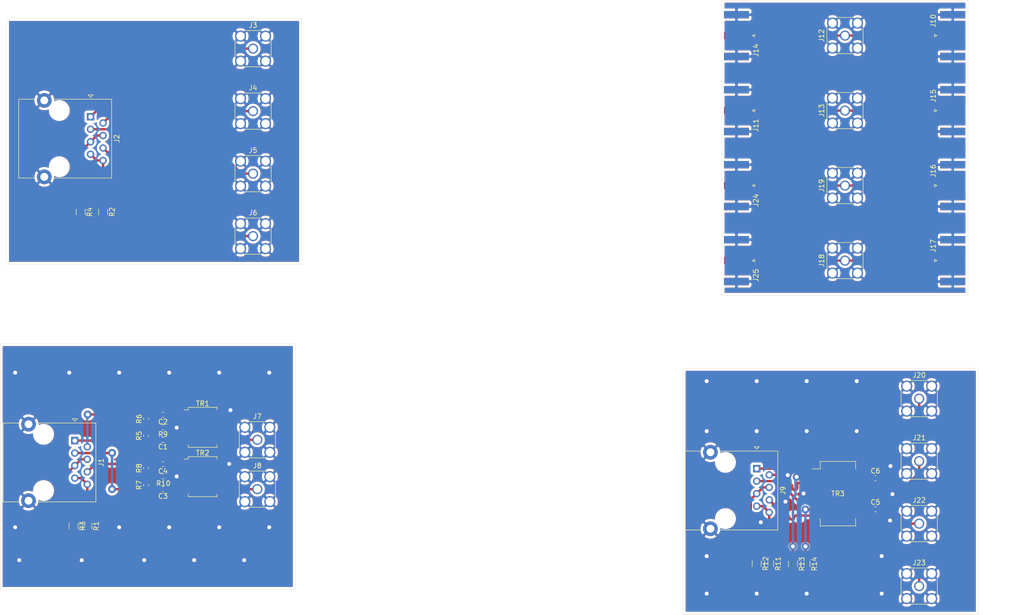
<source format=kicad_pcb>
(kicad_pcb (version 20171130) (host pcbnew "(5.1.6)-1")
  (layers (0 F.Cu signal) (31 B.Cu signal) (34 B.Paste user) (35 F.Paste user) (36 B.SilkS user) (37 F.SilkS user) (38 B.Mask user) (39 F.Mask user) (44 Edge.Cuts user))
  (net 0 "")
  (net 1 "Net-(C1-Pad2)")
  (net 2 "Net-(C1-Pad1)")
  (net 3 "Net-(C2-Pad1)")
  (net 4 "Net-(C2-Pad2)")
  (net 5 "Net-(C3-Pad2)")
  (net 6 "Net-(C3-Pad1)")
  (net 7 "Net-(C4-Pad1)")
  (net 8 "Net-(C4-Pad2)")
  (net 9 "Net-(C5-Pad1)")
  (net 10 GND)
  (net 11 "Net-(C6-Pad1)")
  (net 12 "Net-(J1-Pad4)")
  (net 13 "Net-(J1-Pad7)")
  (net 14 "Net-(J2-Pad6)")
  (net 15 "Net-(J2-Pad7)")
  (net 16 "Net-(J2-Pad2)")
  (net 17 "Net-(J2-Pad1)")
  (net 18 "Net-(J2-Pad4)")
  (net 19 "Net-(J2-Pad3)")
  (net 20 "Net-(J7-Pad1)")
  (net 21 "Net-(J8-Pad1)")
  (net 22 "Net-(J9-Pad3)")
  (net 23 "Net-(J9-Pad4)")
  (net 24 "Net-(J9-Pad7)")
  (net 25 "Net-(J9-Pad1)")
  (net 26 "Net-(J9-Pad2)")
  (net 27 "Net-(J9-Pad6)")
  (net 28 "Net-(J10-Pad1)")
  (net 29 "Net-(J11-Pad1)")
  (net 30 "Net-(J16-Pad1)")
  (net 31 "Net-(J17-Pad1)")
  (net 32 "Net-(J20-Pad1)")
  (net 33 "Net-(J21-Pad1)")
  (net 34 "Net-(J22-Pad1)")
  (net 35 "Net-(J23-Pad1)")
  (net 36 "Net-(R5-Pad2)")
  (net 37 "Net-(R10-Pad2)")
  (net 38 "Net-(R13-Pad1)")
  (net 39 "Net-(R14-Pad1)")
  (module Transformer_SMD:Transformer_Ethernet_Bourns_PT61017PEL (layer F.Cu) (at 217.17 126.18)
    (fp_text reference TR3 (at 0 0) (layer F.SilkS))
    (fp_text value H1197FNLT)
    (pad 1 smd rect (at -4.4 -4.445) (size 1.7 0.76) (layers F.Cu F.Paste F.Mask) (net 25 "Net-(J9-Pad1)"))
    (pad 2 smd rect (at -4.4 -3.175) (size 1.7 0.76) (layers F.Cu F.Paste F.Mask) (net 38 "Net-(R13-Pad1)"))
    (pad 3 smd rect (at -4.4 -1.905) (size 1.7 0.76) (layers F.Cu F.Paste F.Mask) (net 26 "Net-(J9-Pad2)"))
    (pad 4 smd rect (at -4.4 -0.635) (size 1.7 0.76) (layers F.Cu F.Paste F.Mask))
    (pad 7 smd rect (at -4.4 3.175) (size 1.7 0.76) (layers F.Cu F.Paste F.Mask) (net 39 "Net-(R14-Pad1)"))
    (pad 5 smd rect (at -4.4 0.635) (size 1.7 0.76) (layers F.Cu F.Paste F.Mask))
    (pad 6 smd rect (at -4.4 1.905) (size 1.7 0.76) (layers F.Cu F.Paste F.Mask) (net 22 "Net-(J9-Pad3)"))
    (pad 8 smd rect (at -4.4 4.445) (size 1.7 0.76) (layers F.Cu F.Paste F.Mask) (net 27 "Net-(J9-Pad6)"))
    (pad 14 smd rect (at 4.4 -1.905) (size 1.7 0.76) (layers F.Cu F.Paste F.Mask) (net 33 "Net-(J21-Pad1)"))
    (pad 11 smd rect (at 4.4 1.905) (size 1.7 0.76) (layers F.Cu F.Paste F.Mask) (net 34 "Net-(J22-Pad1)"))
    (pad 9 smd rect (at 4.4 4.445) (size 1.7 0.76) (layers F.Cu F.Paste F.Mask) (net 35 "Net-(J23-Pad1)"))
    (pad 15 smd rect (at 4.4 -3.175) (size 1.7 0.76) (layers F.Cu F.Paste F.Mask) (net 11 "Net-(C6-Pad1)"))
    (pad 10 smd rect (at 4.4 3.175) (size 1.7 0.76) (layers F.Cu F.Paste F.Mask) (net 9 "Net-(C5-Pad1)"))
    (pad 13 smd rect (at 4.4 -0.635) (size 1.7 0.76) (layers F.Cu F.Paste F.Mask))
    (pad 16 smd rect (at 4.4 -4.445) (size 1.7 0.76) (layers F.Cu F.Paste F.Mask) (net 32 "Net-(J20-Pad1)"))
    (pad 12 smd rect (at 4.4 0.635) (size 1.7 0.76) (layers F.Cu F.Paste F.Mask))
  )
  (module Capacitor_SMD:C_0603_1608Metric_Pad1.05x0.95mm_HandSolder (layer F.Cu) (at 80.0155 115.24 180)
    (fp_text reference C1 (at 0 -1.43) (layer F.SilkS))
    (fp_text value 100n)
    (pad 2 smd roundrect (at 0.875 0 180) (size 1.05 0.95) (layers F.Cu F.Paste F.Mask) (net 1 "Net-(C1-Pad2)"))
    (pad 1 smd roundrect (at -0.875 0 180) (size 1.05 0.95) (layers F.Cu F.Paste F.Mask) (net 2 "Net-(C1-Pad1)"))
  )
  (module Capacitor_SMD:C_0603_1608Metric_Pad1.05x0.95mm_HandSolder (layer F.Cu) (at 80.0155 110.16 180)
    (fp_text reference C2 (at 0 -1.43) (layer F.SilkS))
    (fp_text value 100n)
    (pad 1 smd roundrect (at -0.875 0 180) (size 1.05 0.95) (layers F.Cu F.Paste F.Mask) (net 3 "Net-(C2-Pad1)"))
    (pad 2 smd roundrect (at 0.875 0 180) (size 1.05 0.95) (layers F.Cu F.Paste F.Mask) (net 4 "Net-(C2-Pad2)"))
  )
  (module Capacitor_SMD:C_0603_1608Metric_Pad1.05x0.95mm_HandSolder (layer F.Cu) (at 80.0155 125.273 180)
    (fp_text reference C3 (at 0 -1.43) (layer F.SilkS))
    (fp_text value 100n)
    (pad 2 smd roundrect (at 0.875 0 180) (size 1.05 0.95) (layers F.Cu F.Paste F.Mask) (net 5 "Net-(C3-Pad2)"))
    (pad 1 smd roundrect (at -0.875 0 180) (size 1.05 0.95) (layers F.Cu F.Paste F.Mask) (net 6 "Net-(C3-Pad1)"))
  )
  (module Capacitor_SMD:C_0603_1608Metric_Pad1.05x0.95mm_HandSolder (layer F.Cu) (at 80.0155 120.193 180)
    (fp_text reference C4 (at 0 -1.43) (layer F.SilkS))
    (fp_text value 100n)
    (pad 1 smd roundrect (at -0.875 0 180) (size 1.05 0.95) (layers F.Cu F.Paste F.Mask) (net 7 "Net-(C4-Pad1)"))
    (pad 2 smd roundrect (at 0.875 0 180) (size 1.05 0.95) (layers F.Cu F.Paste F.Mask) (net 8 "Net-(C4-Pad2)"))
  )
  (module Capacitor_SMD:C_0603_1608Metric_Pad1.05x0.95mm_HandSolder (layer F.Cu) (at 224.79 129.355)
    (fp_text reference C5 (at 0 -1.43) (layer F.SilkS))
    (fp_text value 10n)
    (pad 1 smd roundrect (at -0.875 0) (size 1.05 0.95) (layers F.Cu F.Paste F.Mask) (net 9 "Net-(C5-Pad1)"))
    (pad 2 smd roundrect (at 0.875 0) (size 1.05 0.95) (layers F.Cu F.Paste F.Mask) (net 10 GND))
  )
  (module Capacitor_SMD:C_0603_1608Metric_Pad1.05x0.95mm_HandSolder (layer F.Cu) (at 224.79 123.005)
    (fp_text reference C6 (at 0 -1.43) (layer F.SilkS))
    (fp_text value 10n)
    (pad 2 smd roundrect (at 0.875 0) (size 1.05 0.95) (layers F.Cu F.Paste F.Mask) (net 10 GND))
    (pad 1 smd roundrect (at -0.875 0) (size 1.05 0.95) (layers F.Cu F.Paste F.Mask) (net 11 "Net-(C6-Pad1)"))
  )
  (module Connector_RJ:RJ45_Ninigi_GE (layer F.Cu) (at 62.1 115.4 270)
    (fp_text reference J1 (at 4.445 -5.34 90) (layer F.SilkS))
    (fp_text value RJ45)
    (pad "" np_thru_hole circle (at 10.16 6.35 90) (size 3.25 3.25) (drill 3.25) (layers *.Cu *.Mask))
    (pad SH thru_hole circle (at 12.215 9.4 90) (size 3 3) (drill 1.6) (layers *.Cu *.Mask) (net 10 GND))
    (pad "" np_thru_hole circle (at -1.27 6.35 270) (size 3.25 3.25) (drill 3.25) (layers *.Cu *.Mask))
    (pad 3 thru_hole circle (at 2.54 0 90) (size 1.5 1.5) (drill 0.9) (layers *.Cu *.Mask) (net 5 "Net-(C3-Pad2)"))
    (pad 5 thru_hole circle (at 5.08 0 90) (size 1.5 1.5) (drill 0.9) (layers *.Cu *.Mask) (net 12 "Net-(J1-Pad4)"))
    (pad 4 thru_hole circle (at 3.81 -2.54 90) (size 1.5 1.5) (drill 0.9) (layers *.Cu *.Mask) (net 12 "Net-(J1-Pad4)"))
    (pad 7 thru_hole circle (at 7.62 0 90) (size 1.5 1.5) (drill 0.9) (layers *.Cu *.Mask) (net 13 "Net-(J1-Pad7)"))
    (pad 1 thru_hole rect (at 0 0 90) (size 1.5 1.5) (drill 0.9) (layers *.Cu *.Mask) (net 1 "Net-(C1-Pad2)"))
    (pad 2 thru_hole circle (at 1.27 -2.54 90) (size 1.5 1.5) (drill 0.9) (layers *.Cu *.Mask) (net 4 "Net-(C2-Pad2)"))
    (pad SH thru_hole circle (at -3.325 9.4 270) (size 3 3) (drill 1.6) (layers *.Cu *.Mask) (net 10 GND))
    (pad 8 thru_hole circle (at 8.89 -2.54 90) (size 1.5 1.5) (drill 0.9) (layers *.Cu *.Mask) (net 13 "Net-(J1-Pad7)"))
    (pad 6 thru_hole circle (at 6.35 -2.54 90) (size 1.5 1.5) (drill 0.9) (layers *.Cu *.Mask) (net 8 "Net-(C4-Pad2)"))
  )
  (module Connector_RJ:RJ45_Ninigi_GE (layer F.Cu) (at 65.3 49.6 270)
    (fp_text reference J2 (at 4.445 -5.34 90) (layer F.SilkS))
    (fp_text value RJ45)
    (pad 6 thru_hole circle (at 6.35 -2.54 90) (size 1.5 1.5) (drill 0.9) (layers *.Cu *.Mask) (net 14 "Net-(J2-Pad6)"))
    (pad 8 thru_hole circle (at 8.89 -2.54 90) (size 1.5 1.5) (drill 0.9) (layers *.Cu *.Mask) (net 15 "Net-(J2-Pad7)"))
    (pad SH thru_hole circle (at -3.325 9.4 270) (size 3 3) (drill 1.6) (layers *.Cu *.Mask) (net 10 GND))
    (pad 2 thru_hole circle (at 1.27 -2.54 90) (size 1.5 1.5) (drill 0.9) (layers *.Cu *.Mask) (net 16 "Net-(J2-Pad2)"))
    (pad 1 thru_hole rect (at 0 0 90) (size 1.5 1.5) (drill 0.9) (layers *.Cu *.Mask) (net 17 "Net-(J2-Pad1)"))
    (pad 7 thru_hole circle (at 7.62 0 90) (size 1.5 1.5) (drill 0.9) (layers *.Cu *.Mask) (net 15 "Net-(J2-Pad7)"))
    (pad 4 thru_hole circle (at 3.81 -2.54 90) (size 1.5 1.5) (drill 0.9) (layers *.Cu *.Mask) (net 18 "Net-(J2-Pad4)"))
    (pad 5 thru_hole circle (at 5.08 0 90) (size 1.5 1.5) (drill 0.9) (layers *.Cu *.Mask) (net 18 "Net-(J2-Pad4)"))
    (pad 3 thru_hole circle (at 2.54 0 90) (size 1.5 1.5) (drill 0.9) (layers *.Cu *.Mask) (net 19 "Net-(J2-Pad3)"))
    (pad "" np_thru_hole circle (at -1.27 6.35 270) (size 3.25 3.25) (drill 3.25) (layers *.Cu *.Mask))
    (pad SH thru_hole circle (at 12.215 9.4 90) (size 3 3) (drill 1.6) (layers *.Cu *.Mask) (net 10 GND))
    (pad "" np_thru_hole circle (at 10.16 6.35 90) (size 3.25 3.25) (drill 3.25) (layers *.Cu *.Mask))
  )
  (module Connector_Coaxial:SMA_Amphenol_132134_Vertical (layer F.Cu) (at 98.32 35.76)
    (fp_text reference J3 (at 0 -4.75) (layer F.SilkS))
    (fp_text value TX+)
    (pad 1 thru_hole circle (at 0 0) (size 2.05 2.05) (drill 1.5) (layers *.Cu *.Mask) (net 17 "Net-(J2-Pad1)"))
    (pad 2 thru_hole circle (at 2.54 2.54) (size 2.25 2.25) (drill 1.7) (layers *.Cu *.Mask) (net 10 GND))
    (pad 2 thru_hole circle (at 2.54 -2.54) (size 2.25 2.25) (drill 1.7) (layers *.Cu *.Mask) (net 10 GND))
    (pad 2 thru_hole circle (at -2.54 -2.54) (size 2.25 2.25) (drill 1.7) (layers *.Cu *.Mask) (net 10 GND))
    (pad 2 thru_hole circle (at -2.54 2.54) (size 2.25 2.25) (drill 1.7) (layers *.Cu *.Mask) (net 10 GND))
  )
  (module Connector_Coaxial:SMA_Amphenol_132134_Vertical (layer F.Cu) (at 98.32 48.46)
    (fp_text reference J4 (at 0 -4.75) (layer F.SilkS))
    (fp_text value TX-)
    (pad 2 thru_hole circle (at -2.54 2.54) (size 2.25 2.25) (drill 1.7) (layers *.Cu *.Mask) (net 10 GND))
    (pad 2 thru_hole circle (at -2.54 -2.54) (size 2.25 2.25) (drill 1.7) (layers *.Cu *.Mask) (net 10 GND))
    (pad 2 thru_hole circle (at 2.54 -2.54) (size 2.25 2.25) (drill 1.7) (layers *.Cu *.Mask) (net 10 GND))
    (pad 2 thru_hole circle (at 2.54 2.54) (size 2.25 2.25) (drill 1.7) (layers *.Cu *.Mask) (net 10 GND))
    (pad 1 thru_hole circle (at 0 0) (size 2.05 2.05) (drill 1.5) (layers *.Cu *.Mask) (net 16 "Net-(J2-Pad2)"))
  )
  (module Connector_Coaxial:SMA_Amphenol_132134_Vertical (layer F.Cu) (at 98.32 61.16)
    (fp_text reference J5 (at 0 -4.75) (layer F.SilkS))
    (fp_text value RX+)
    (pad 1 thru_hole circle (at 0 0) (size 2.05 2.05) (drill 1.5) (layers *.Cu *.Mask) (net 19 "Net-(J2-Pad3)"))
    (pad 2 thru_hole circle (at 2.54 2.54) (size 2.25 2.25) (drill 1.7) (layers *.Cu *.Mask) (net 10 GND))
    (pad 2 thru_hole circle (at 2.54 -2.54) (size 2.25 2.25) (drill 1.7) (layers *.Cu *.Mask) (net 10 GND))
    (pad 2 thru_hole circle (at -2.54 -2.54) (size 2.25 2.25) (drill 1.7) (layers *.Cu *.Mask) (net 10 GND))
    (pad 2 thru_hole circle (at -2.54 2.54) (size 2.25 2.25) (drill 1.7) (layers *.Cu *.Mask) (net 10 GND))
  )
  (module Connector_Coaxial:SMA_Amphenol_132134_Vertical (layer F.Cu) (at 98.32 73.86)
    (fp_text reference J6 (at 0 -4.75) (layer F.SilkS))
    (fp_text value RX-)
    (pad 2 thru_hole circle (at -2.54 2.54) (size 2.25 2.25) (drill 1.7) (layers *.Cu *.Mask) (net 10 GND))
    (pad 2 thru_hole circle (at -2.54 -2.54) (size 2.25 2.25) (drill 1.7) (layers *.Cu *.Mask) (net 10 GND))
    (pad 2 thru_hole circle (at 2.54 -2.54) (size 2.25 2.25) (drill 1.7) (layers *.Cu *.Mask) (net 10 GND))
    (pad 2 thru_hole circle (at 2.54 2.54) (size 2.25 2.25) (drill 1.7) (layers *.Cu *.Mask) (net 10 GND))
    (pad 1 thru_hole circle (at 0 0) (size 2.05 2.05) (drill 1.5) (layers *.Cu *.Mask) (net 14 "Net-(J2-Pad6)"))
  )
  (module Connector_Coaxial:SMA_Amphenol_132134_Vertical (layer F.Cu) (at 99.1925 115.24)
    (fp_text reference J7 (at 0 -4.75) (layer F.SilkS))
    (fp_text value TX)
    (pad 1 thru_hole circle (at 0 0) (size 2.05 2.05) (drill 1.5) (layers *.Cu *.Mask) (net 20 "Net-(J7-Pad1)"))
    (pad 2 thru_hole circle (at 2.54 2.54) (size 2.25 2.25) (drill 1.7) (layers *.Cu *.Mask) (net 10 GND))
    (pad 2 thru_hole circle (at 2.54 -2.54) (size 2.25 2.25) (drill 1.7) (layers *.Cu *.Mask) (net 10 GND))
    (pad 2 thru_hole circle (at -2.54 -2.54) (size 2.25 2.25) (drill 1.7) (layers *.Cu *.Mask) (net 10 GND))
    (pad 2 thru_hole circle (at -2.54 2.54) (size 2.25 2.25) (drill 1.7) (layers *.Cu *.Mask) (net 10 GND))
  )
  (module Connector_Coaxial:SMA_Amphenol_132134_Vertical (layer F.Cu) (at 99.1925 125.273)
    (fp_text reference J8 (at 0 -4.75) (layer F.SilkS))
    (fp_text value RX)
    (pad 2 thru_hole circle (at -2.54 2.54) (size 2.25 2.25) (drill 1.7) (layers *.Cu *.Mask) (net 10 GND))
    (pad 2 thru_hole circle (at -2.54 -2.54) (size 2.25 2.25) (drill 1.7) (layers *.Cu *.Mask) (net 10 GND))
    (pad 2 thru_hole circle (at 2.54 -2.54) (size 2.25 2.25) (drill 1.7) (layers *.Cu *.Mask) (net 10 GND))
    (pad 2 thru_hole circle (at 2.54 2.54) (size 2.25 2.25) (drill 1.7) (layers *.Cu *.Mask) (net 10 GND))
    (pad 1 thru_hole circle (at 0 0) (size 2.05 2.05) (drill 1.5) (layers *.Cu *.Mask) (net 21 "Net-(J8-Pad1)"))
  )
  (module Connector_RJ:RJ45_Ninigi_GE (layer F.Cu) (at 200.66 121.1 270)
    (fp_text reference J9 (at 4.445 -5.34 90) (layer F.SilkS))
    (fp_text value RJ45)
    (pad "" np_thru_hole circle (at 10.16 6.35 90) (size 3.25 3.25) (drill 3.25) (layers *.Cu *.Mask))
    (pad SH thru_hole circle (at 12.215 9.4 90) (size 3 3) (drill 1.6) (layers *.Cu *.Mask) (net 10 GND))
    (pad "" np_thru_hole circle (at -1.27 6.35 270) (size 3.25 3.25) (drill 3.25) (layers *.Cu *.Mask))
    (pad 3 thru_hole circle (at 2.54 0 90) (size 1.5 1.5) (drill 0.9) (layers *.Cu *.Mask) (net 22 "Net-(J9-Pad3)"))
    (pad 5 thru_hole circle (at 5.08 0 90) (size 1.5 1.5) (drill 0.9) (layers *.Cu *.Mask) (net 23 "Net-(J9-Pad4)"))
    (pad 4 thru_hole circle (at 3.81 -2.54 90) (size 1.5 1.5) (drill 0.9) (layers *.Cu *.Mask) (net 23 "Net-(J9-Pad4)"))
    (pad 7 thru_hole circle (at 7.62 0 90) (size 1.5 1.5) (drill 0.9) (layers *.Cu *.Mask) (net 24 "Net-(J9-Pad7)"))
    (pad 1 thru_hole rect (at 0 0 90) (size 1.5 1.5) (drill 0.9) (layers *.Cu *.Mask) (net 25 "Net-(J9-Pad1)"))
    (pad 2 thru_hole circle (at 1.27 -2.54 90) (size 1.5 1.5) (drill 0.9) (layers *.Cu *.Mask) (net 26 "Net-(J9-Pad2)"))
    (pad SH thru_hole circle (at -3.325 9.4 270) (size 3 3) (drill 1.6) (layers *.Cu *.Mask) (net 10 GND))
    (pad 8 thru_hole circle (at 8.89 -2.54 90) (size 1.5 1.5) (drill 0.9) (layers *.Cu *.Mask) (net 24 "Net-(J9-Pad7)"))
    (pad 6 thru_hole circle (at 6.35 -2.54 90) (size 1.5 1.5) (drill 0.9) (layers *.Cu *.Mask) (net 27 "Net-(J9-Pad6)"))
  )
  (module Connector_Coaxial:SMA_Amphenol_132134_Vertical (layer F.Cu) (at 218.6 33.108 90)
    (fp_text reference J12 (at 0 -4.75 90) (layer F.SilkS))
    (fp_text value TX+)
    (pad 1 thru_hole circle (at 0 0 90) (size 2.05 2.05) (drill 1.5) (layers *.Cu *.Mask) (net 28 "Net-(J10-Pad1)"))
    (pad 2 thru_hole circle (at 2.54 2.54 90) (size 2.25 2.25) (drill 1.7) (layers *.Cu *.Mask) (net 10 GND))
    (pad 2 thru_hole circle (at 2.54 -2.54 90) (size 2.25 2.25) (drill 1.7) (layers *.Cu *.Mask) (net 10 GND))
    (pad 2 thru_hole circle (at -2.54 -2.54 90) (size 2.25 2.25) (drill 1.7) (layers *.Cu *.Mask) (net 10 GND))
    (pad 2 thru_hole circle (at -2.54 2.54 90) (size 2.25 2.25) (drill 1.7) (layers *.Cu *.Mask) (net 10 GND))
  )
  (module Connector_Coaxial:SMA_Amphenol_132134_Vertical (layer F.Cu) (at 218.6 48.348 90)
    (fp_text reference J13 (at 0 -4.75 90) (layer F.SilkS))
    (fp_text value TX-)
    (pad 2 thru_hole circle (at -2.54 2.54 90) (size 2.25 2.25) (drill 1.7) (layers *.Cu *.Mask) (net 10 GND))
    (pad 2 thru_hole circle (at -2.54 -2.54 90) (size 2.25 2.25) (drill 1.7) (layers *.Cu *.Mask) (net 10 GND))
    (pad 2 thru_hole circle (at 2.54 -2.54 90) (size 2.25 2.25) (drill 1.7) (layers *.Cu *.Mask) (net 10 GND))
    (pad 2 thru_hole circle (at 2.54 2.54 90) (size 2.25 2.25) (drill 1.7) (layers *.Cu *.Mask) (net 10 GND))
    (pad 1 thru_hole circle (at 0 0 90) (size 2.05 2.05) (drill 1.5) (layers *.Cu *.Mask) (net 29 "Net-(J11-Pad1)"))
  )
  (module Connector_Coaxial:SMA_Amphenol_132134_Vertical (layer F.Cu) (at 218.6 78.828 90)
    (fp_text reference J18 (at 0 -4.75 90) (layer F.SilkS))
    (fp_text value RX-)
    (pad 2 thru_hole circle (at -2.54 2.54 90) (size 2.25 2.25) (drill 1.7) (layers *.Cu *.Mask) (net 10 GND))
    (pad 2 thru_hole circle (at -2.54 -2.54 90) (size 2.25 2.25) (drill 1.7) (layers *.Cu *.Mask) (net 10 GND))
    (pad 2 thru_hole circle (at 2.54 -2.54 90) (size 2.25 2.25) (drill 1.7) (layers *.Cu *.Mask) (net 10 GND))
    (pad 2 thru_hole circle (at 2.54 2.54 90) (size 2.25 2.25) (drill 1.7) (layers *.Cu *.Mask) (net 10 GND))
    (pad 1 thru_hole circle (at 0 0 90) (size 2.05 2.05) (drill 1.5) (layers *.Cu *.Mask) (net 31 "Net-(J17-Pad1)"))
  )
  (module Connector_Coaxial:SMA_Amphenol_132134_Vertical (layer F.Cu) (at 218.6 63.588 90)
    (fp_text reference J19 (at 0 -4.75 90) (layer F.SilkS))
    (fp_text value RX+)
    (pad 1 thru_hole circle (at 0 0 90) (size 2.05 2.05) (drill 1.5) (layers *.Cu *.Mask) (net 30 "Net-(J16-Pad1)"))
    (pad 2 thru_hole circle (at 2.54 2.54 90) (size 2.25 2.25) (drill 1.7) (layers *.Cu *.Mask) (net 10 GND))
    (pad 2 thru_hole circle (at 2.54 -2.54 90) (size 2.25 2.25) (drill 1.7) (layers *.Cu *.Mask) (net 10 GND))
    (pad 2 thru_hole circle (at -2.54 -2.54 90) (size 2.25 2.25) (drill 1.7) (layers *.Cu *.Mask) (net 10 GND))
    (pad 2 thru_hole circle (at -2.54 2.54 90) (size 2.25 2.25) (drill 1.7) (layers *.Cu *.Mask) (net 10 GND))
  )
  (module Connector_Coaxial:SMA_Amphenol_132134_Vertical (layer F.Cu) (at 233.68 106.876)
    (fp_text reference J20 (at 0 -4.75) (layer F.SilkS))
    (fp_text value TX+)
    (pad 1 thru_hole circle (at 0 0) (size 2.05 2.05) (drill 1.5) (layers *.Cu *.Mask) (net 32 "Net-(J20-Pad1)"))
    (pad 2 thru_hole circle (at 2.54 2.54) (size 2.25 2.25) (drill 1.7) (layers *.Cu *.Mask) (net 10 GND))
    (pad 2 thru_hole circle (at 2.54 -2.54) (size 2.25 2.25) (drill 1.7) (layers *.Cu *.Mask) (net 10 GND))
    (pad 2 thru_hole circle (at -2.54 -2.54) (size 2.25 2.25) (drill 1.7) (layers *.Cu *.Mask) (net 10 GND))
    (pad 2 thru_hole circle (at -2.54 2.54) (size 2.25 2.25) (drill 1.7) (layers *.Cu *.Mask) (net 10 GND))
  )
  (module Connector_Coaxial:SMA_Amphenol_132134_Vertical (layer F.Cu) (at 233.68 119.576)
    (fp_text reference J21 (at 0 -4.75) (layer F.SilkS))
    (fp_text value TX-)
    (pad 2 thru_hole circle (at -2.54 2.54) (size 2.25 2.25) (drill 1.7) (layers *.Cu *.Mask) (net 10 GND))
    (pad 2 thru_hole circle (at -2.54 -2.54) (size 2.25 2.25) (drill 1.7) (layers *.Cu *.Mask) (net 10 GND))
    (pad 2 thru_hole circle (at 2.54 -2.54) (size 2.25 2.25) (drill 1.7) (layers *.Cu *.Mask) (net 10 GND))
    (pad 2 thru_hole circle (at 2.54 2.54) (size 2.25 2.25) (drill 1.7) (layers *.Cu *.Mask) (net 10 GND))
    (pad 1 thru_hole circle (at 0 0) (size 2.05 2.05) (drill 1.5) (layers *.Cu *.Mask) (net 33 "Net-(J21-Pad1)"))
  )
  (module Connector_Coaxial:SMA_Amphenol_132134_Vertical (layer F.Cu) (at 233.68 132.276)
    (fp_text reference J22 (at 0 -4.75) (layer F.SilkS))
    (fp_text value RX+)
    (pad 1 thru_hole circle (at 0 0) (size 2.05 2.05) (drill 1.5) (layers *.Cu *.Mask) (net 34 "Net-(J22-Pad1)"))
    (pad 2 thru_hole circle (at 2.54 2.54) (size 2.25 2.25) (drill 1.7) (layers *.Cu *.Mask) (net 10 GND))
    (pad 2 thru_hole circle (at 2.54 -2.54) (size 2.25 2.25) (drill 1.7) (layers *.Cu *.Mask) (net 10 GND))
    (pad 2 thru_hole circle (at -2.54 -2.54) (size 2.25 2.25) (drill 1.7) (layers *.Cu *.Mask) (net 10 GND))
    (pad 2 thru_hole circle (at -2.54 2.54) (size 2.25 2.25) (drill 1.7) (layers *.Cu *.Mask) (net 10 GND))
  )
  (module Connector_Coaxial:SMA_Amphenol_132134_Vertical (layer F.Cu) (at 233.68 144.976)
    (fp_text reference J23 (at 0 -4.75) (layer F.SilkS))
    (fp_text value RX-)
    (pad 2 thru_hole circle (at -2.54 2.54) (size 2.25 2.25) (drill 1.7) (layers *.Cu *.Mask) (net 10 GND))
    (pad 2 thru_hole circle (at -2.54 -2.54) (size 2.25 2.25) (drill 1.7) (layers *.Cu *.Mask) (net 10 GND))
    (pad 2 thru_hole circle (at 2.54 -2.54) (size 2.25 2.25) (drill 1.7) (layers *.Cu *.Mask) (net 10 GND))
    (pad 2 thru_hole circle (at 2.54 2.54) (size 2.25 2.25) (drill 1.7) (layers *.Cu *.Mask) (net 10 GND))
    (pad 1 thru_hole circle (at 0 0) (size 2.05 2.05) (drill 1.5) (layers *.Cu *.Mask) (net 35 "Net-(J23-Pad1)"))
  )
  (module Resistor_SMD:R_0603_1608Metric_Pad1.05x0.95mm_HandSolder (layer F.Cu) (at 76.5865 114.4145 90)
    (fp_text reference R5 (at 0 -1.43 90) (layer F.SilkS))
    (fp_text value 50R)
    (pad 1 smd roundrect (at -0.875 0 90) (size 1.05 0.95) (layers F.Cu F.Paste F.Mask) (net 1 "Net-(C1-Pad2)"))
    (pad 2 smd roundrect (at 0.875 0 90) (size 1.05 0.95) (layers F.Cu F.Paste F.Mask) (net 36 "Net-(R5-Pad2)"))
  )
  (module Resistor_SMD:R_0603_1608Metric_Pad1.05x0.95mm_HandSolder (layer F.Cu) (at 76.5865 110.9855 90)
    (fp_text reference R6 (at 0 -1.43 90) (layer F.SilkS))
    (fp_text value 50R)
    (pad 1 smd roundrect (at -0.875 0 90) (size 1.05 0.95) (layers F.Cu F.Paste F.Mask) (net 36 "Net-(R5-Pad2)"))
    (pad 2 smd roundrect (at 0.875 0 90) (size 1.05 0.95) (layers F.Cu F.Paste F.Mask) (net 4 "Net-(C2-Pad2)"))
  )
  (module Resistor_SMD:R_0603_1608Metric_Pad1.05x0.95mm_HandSolder (layer F.Cu) (at 76.5865 124.4475 90)
    (fp_text reference R7 (at 0 -1.43 90) (layer F.SilkS))
    (fp_text value 50R)
    (pad 2 smd roundrect (at 0.875 0 90) (size 1.05 0.95) (layers F.Cu F.Paste F.Mask) (net 37 "Net-(R10-Pad2)"))
    (pad 1 smd roundrect (at -0.875 0 90) (size 1.05 0.95) (layers F.Cu F.Paste F.Mask) (net 5 "Net-(C3-Pad2)"))
  )
  (module Resistor_SMD:R_0603_1608Metric_Pad1.05x0.95mm_HandSolder (layer F.Cu) (at 76.5865 121.0185 90)
    (fp_text reference R8 (at 0 -1.43 90) (layer F.SilkS))
    (fp_text value 50R)
    (pad 1 smd roundrect (at -0.875 0 90) (size 1.05 0.95) (layers F.Cu F.Paste F.Mask) (net 37 "Net-(R10-Pad2)"))
    (pad 2 smd roundrect (at 0.875 0 90) (size 1.05 0.95) (layers F.Cu F.Paste F.Mask) (net 8 "Net-(C4-Pad2)"))
  )
  (module Resistor_SMD:R_0603_1608Metric_Pad1.05x0.95mm_HandSolder (layer F.Cu) (at 80.0155 112.7 180)
    (fp_text reference R9 (at 0 -1.43) (layer F.SilkS))
    (fp_text value 0R)
    (pad 2 smd roundrect (at 0.875 0 180) (size 1.05 0.95) (layers F.Cu F.Paste F.Mask) (net 36 "Net-(R5-Pad2)"))
    (pad 1 smd roundrect (at -0.875 0 180) (size 1.05 0.95) (layers F.Cu F.Paste F.Mask) (net 10 GND))
  )
  (module Resistor_SMD:R_0603_1608Metric_Pad1.05x0.95mm_HandSolder (layer F.Cu) (at 80.079 122.6695 180)
    (fp_text reference R10 (at 0 -1.43) (layer F.SilkS))
    (fp_text value 0R)
    (pad 2 smd roundrect (at 0.875 0 180) (size 1.05 0.95) (layers F.Cu F.Paste F.Mask) (net 37 "Net-(R10-Pad2)"))
    (pad 1 smd roundrect (at -0.875 0 180) (size 1.05 0.95) (layers F.Cu F.Paste F.Mask) (net 10 GND))
  )
  (module RF_Mini-Circuits:Mini-Circuits_CD542_H2.84mm (layer F.Cu) (at 88.08 112.7)
    (fp_text reference TR1 (at 0 -4.826) (layer F.SilkS))
    (fp_text value ADT1-1)
    (pad 1 smd rect (at -2.54 -2.54) (size 2.54 1.65) (layers F.Cu F.Paste F.Mask) (net 3 "Net-(C2-Pad1)"))
    (pad 2 smd rect (at -2.54 0) (size 2.54 1.65) (layers F.Cu F.Paste F.Mask))
    (pad 3 smd rect (at -2.54 2.54) (size 2.54 1.65) (layers F.Cu F.Paste F.Mask) (net 2 "Net-(C1-Pad1)"))
    (pad 4 smd rect (at 2.54 2.54) (size 2.54 1.65) (layers F.Cu F.Paste F.Mask) (net 20 "Net-(J7-Pad1)"))
    (pad 5 smd rect (at 2.54 0) (size 2.54 1.65) (layers F.Cu F.Paste F.Mask))
    (pad 6 smd rect (at 2.54 -2.54) (size 2.54 1.65) (layers F.Cu F.Paste F.Mask) (net 10 GND))
  )
  (module RF_Mini-Circuits:Mini-Circuits_CD542_H2.84mm (layer F.Cu) (at 88.08 122.733)
    (fp_text reference TR2 (at 0 -4.826) (layer F.SilkS))
    (fp_text value ADT1-1)
    (pad 6 smd rect (at 2.54 -2.54) (size 2.54 1.65) (layers F.Cu F.Paste F.Mask) (net 10 GND))
    (pad 5 smd rect (at 2.54 0) (size 2.54 1.65) (layers F.Cu F.Paste F.Mask))
    (pad 4 smd rect (at 2.54 2.54) (size 2.54 1.65) (layers F.Cu F.Paste F.Mask) (net 21 "Net-(J8-Pad1)"))
    (pad 3 smd rect (at -2.54 2.54) (size 2.54 1.65) (layers F.Cu F.Paste F.Mask) (net 6 "Net-(C3-Pad1)"))
    (pad 2 smd rect (at -2.54 0) (size 2.54 1.65) (layers F.Cu F.Paste F.Mask))
    (pad 1 smd rect (at -2.54 -2.54) (size 2.54 1.65) (layers F.Cu F.Paste F.Mask) (net 7 "Net-(C4-Pad1)"))
  )
  (module Connector_Coaxial:SMA_Amphenol_132289_EdgeMount (layer F.Cu) (at 240.492 33.108)
    (fp_text reference J10 (at -3.96 -3 90) (layer F.SilkS))
    (fp_text value TX+)
    (pad 2 smd rect (at 0 4.25 90) (size 1.5 5.08) (layers B.Cu B.Paste B.Mask) (net 10 GND))
    (pad 2 smd rect (at 0 -4.25 90) (size 1.5 5.08) (layers B.Cu B.Paste B.Mask) (net 10 GND))
    (pad 2 smd rect (at 0 4.25 90) (size 1.5 5.08) (layers F.Cu F.Paste F.Mask) (net 10 GND))
    (pad 2 smd rect (at 0 -4.25 90) (size 1.5 5.08) (layers F.Cu F.Paste F.Mask) (net 10 GND))
    (pad 1 smd rect (at 0 0 90) (size 1.5 5.08) (layers F.Cu F.Paste F.Mask) (net 28 "Net-(J10-Pad1)"))
  )
  (module Connector_Coaxial:SMA_Amphenol_132289_EdgeMount (layer F.Cu) (at 196.55 48.348 180)
    (fp_text reference J11 (at -3.96 -3 90) (layer F.SilkS))
    (fp_text value TX-)
    (pad 1 smd rect (at 0 0 270) (size 1.5 5.08) (layers F.Cu F.Paste F.Mask) (net 29 "Net-(J11-Pad1)"))
    (pad 2 smd rect (at 0 -4.25 270) (size 1.5 5.08) (layers F.Cu F.Paste F.Mask) (net 10 GND))
    (pad 2 smd rect (at 0 4.25 270) (size 1.5 5.08) (layers F.Cu F.Paste F.Mask) (net 10 GND))
    (pad 2 smd rect (at 0 -4.25 270) (size 1.5 5.08) (layers B.Cu B.Paste B.Mask) (net 10 GND))
    (pad 2 smd rect (at 0 4.25 270) (size 1.5 5.08) (layers B.Cu B.Paste B.Mask) (net 10 GND))
  )
  (module Connector_Coaxial:SMA_Amphenol_132289_EdgeMount (layer F.Cu) (at 196.55 33.108 180)
    (fp_text reference J14 (at -3.96 -3 90) (layer F.SilkS))
    (fp_text value TX+)
    (pad 2 smd rect (at 0 4.25 270) (size 1.5 5.08) (layers B.Cu B.Paste B.Mask) (net 10 GND))
    (pad 2 smd rect (at 0 -4.25 270) (size 1.5 5.08) (layers B.Cu B.Paste B.Mask) (net 10 GND))
    (pad 2 smd rect (at 0 4.25 270) (size 1.5 5.08) (layers F.Cu F.Paste F.Mask) (net 10 GND))
    (pad 2 smd rect (at 0 -4.25 270) (size 1.5 5.08) (layers F.Cu F.Paste F.Mask) (net 10 GND))
    (pad 1 smd rect (at 0 0 270) (size 1.5 5.08) (layers F.Cu F.Paste F.Mask) (net 28 "Net-(J10-Pad1)"))
  )
  (module Connector_Coaxial:SMA_Amphenol_132289_EdgeMount (layer F.Cu) (at 240.492 48.348)
    (fp_text reference J15 (at -3.96 -3 90) (layer F.SilkS))
    (fp_text value TX-)
    (pad 1 smd rect (at 0 0 90) (size 1.5 5.08) (layers F.Cu F.Paste F.Mask) (net 29 "Net-(J11-Pad1)"))
    (pad 2 smd rect (at 0 -4.25 90) (size 1.5 5.08) (layers F.Cu F.Paste F.Mask) (net 10 GND))
    (pad 2 smd rect (at 0 4.25 90) (size 1.5 5.08) (layers F.Cu F.Paste F.Mask) (net 10 GND))
    (pad 2 smd rect (at 0 -4.25 90) (size 1.5 5.08) (layers B.Cu B.Paste B.Mask) (net 10 GND))
    (pad 2 smd rect (at 0 4.25 90) (size 1.5 5.08) (layers B.Cu B.Paste B.Mask) (net 10 GND))
  )
  (module Connector_Coaxial:SMA_Amphenol_132289_EdgeMount (layer F.Cu) (at 240.492 63.588)
    (fp_text reference J16 (at -3.96 -3 90) (layer F.SilkS))
    (fp_text value RX+)
    (pad 2 smd rect (at 0 4.25 90) (size 1.5 5.08) (layers B.Cu B.Paste B.Mask) (net 10 GND))
    (pad 2 smd rect (at 0 -4.25 90) (size 1.5 5.08) (layers B.Cu B.Paste B.Mask) (net 10 GND))
    (pad 2 smd rect (at 0 4.25 90) (size 1.5 5.08) (layers F.Cu F.Paste F.Mask) (net 10 GND))
    (pad 2 smd rect (at 0 -4.25 90) (size 1.5 5.08) (layers F.Cu F.Paste F.Mask) (net 10 GND))
    (pad 1 smd rect (at 0 0 90) (size 1.5 5.08) (layers F.Cu F.Paste F.Mask) (net 30 "Net-(J16-Pad1)"))
  )
  (module Connector_Coaxial:SMA_Amphenol_132289_EdgeMount (layer F.Cu) (at 240.492 78.828)
    (fp_text reference J17 (at -3.96 -3 90) (layer F.SilkS))
    (fp_text value RX-)
    (pad 1 smd rect (at 0 0 90) (size 1.5 5.08) (layers F.Cu F.Paste F.Mask) (net 31 "Net-(J17-Pad1)"))
    (pad 2 smd rect (at 0 -4.25 90) (size 1.5 5.08) (layers F.Cu F.Paste F.Mask) (net 10 GND))
    (pad 2 smd rect (at 0 4.25 90) (size 1.5 5.08) (layers F.Cu F.Paste F.Mask) (net 10 GND))
    (pad 2 smd rect (at 0 -4.25 90) (size 1.5 5.08) (layers B.Cu B.Paste B.Mask) (net 10 GND))
    (pad 2 smd rect (at 0 4.25 90) (size 1.5 5.08) (layers B.Cu B.Paste B.Mask) (net 10 GND))
  )
  (module Connector_Coaxial:SMA_Amphenol_132289_EdgeMount (layer F.Cu) (at 196.55 63.588 180)
    (fp_text reference J24 (at -3.96 -3 90) (layer F.SilkS))
    (fp_text value RX+)
    (pad 2 smd rect (at 0 4.25 270) (size 1.5 5.08) (layers B.Cu B.Paste B.Mask) (net 10 GND))
    (pad 2 smd rect (at 0 -4.25 270) (size 1.5 5.08) (layers B.Cu B.Paste B.Mask) (net 10 GND))
    (pad 2 smd rect (at 0 4.25 270) (size 1.5 5.08) (layers F.Cu F.Paste F.Mask) (net 10 GND))
    (pad 2 smd rect (at 0 -4.25 270) (size 1.5 5.08) (layers F.Cu F.Paste F.Mask) (net 10 GND))
    (pad 1 smd rect (at 0 0 270) (size 1.5 5.08) (layers F.Cu F.Paste F.Mask) (net 30 "Net-(J16-Pad1)"))
  )
  (module Connector_Coaxial:SMA_Amphenol_132289_EdgeMount (layer F.Cu) (at 196.55 78.828 180)
    (fp_text reference J25 (at -3.96 -3 90) (layer F.SilkS))
    (fp_text value RX-)
    (pad 1 smd rect (at 0 0 270) (size 1.5 5.08) (layers F.Cu F.Paste F.Mask) (net 31 "Net-(J17-Pad1)"))
    (pad 2 smd rect (at 0 -4.25 270) (size 1.5 5.08) (layers F.Cu F.Paste F.Mask) (net 10 GND))
    (pad 2 smd rect (at 0 4.25 270) (size 1.5 5.08) (layers F.Cu F.Paste F.Mask) (net 10 GND))
    (pad 2 smd rect (at 0 -4.25 270) (size 1.5 5.08) (layers B.Cu B.Paste B.Mask) (net 10 GND))
    (pad 2 smd rect (at 0 4.25 270) (size 1.5 5.08) (layers B.Cu B.Paste B.Mask) (net 10 GND))
  )
  (module Resistor_SMD:R_1206_3216Metric_Pad1.42x1.75mm_HandSolder (layer F.Cu) (at 64.6485 132.766 270)
    (fp_text reference R1 (at 0 -1.82 90) (layer F.SilkS))
    (fp_text value 75R)
    (pad 1 smd roundrect (at -1.4875 0 270) (size 1.425 1.75) (layers F.Cu F.Paste F.Mask) (roundrect_rratio 0.175439) (net 13 "Net-(J1-Pad7)"))
    (pad 2 smd roundrect (at 1.4875 0 270) (size 1.425 1.75) (layers F.Cu F.Paste F.Mask) (roundrect_rratio 0.175439) (net 10 GND))
  )
  (module Resistor_SMD:R_1206_3216Metric_Pad1.42x1.75mm_HandSolder (layer F.Cu) (at 67.862 68.956 270)
    (fp_text reference R2 (at 0 -1.82 90) (layer F.SilkS))
    (fp_text value 75R)
    (pad 2 smd roundrect (at 1.4875 0 270) (size 1.425 1.75) (layers F.Cu F.Paste F.Mask) (roundrect_rratio 0.175439) (net 10 GND))
    (pad 1 smd roundrect (at -1.4875 0 270) (size 1.425 1.75) (layers F.Cu F.Paste F.Mask) (roundrect_rratio 0.175439) (net 15 "Net-(J2-Pad7)"))
  )
  (module Resistor_SMD:R_1206_3216Metric_Pad1.42x1.75mm_HandSolder (layer F.Cu) (at 61.8545 132.766 270)
    (fp_text reference R3 (at 0 -1.82 90) (layer F.SilkS))
    (fp_text value 75R)
    (pad 2 smd roundrect (at 1.4875 0 270) (size 1.425 1.75) (layers F.Cu F.Paste F.Mask) (roundrect_rratio 0.175439) (net 10 GND))
    (pad 1 smd roundrect (at -1.4875 0 270) (size 1.425 1.75) (layers F.Cu F.Paste F.Mask) (roundrect_rratio 0.175439) (net 12 "Net-(J1-Pad4)"))
  )
  (module Resistor_SMD:R_1206_3216Metric_Pad1.42x1.75mm_HandSolder (layer F.Cu) (at 63.29 68.956 270)
    (fp_text reference R4 (at 0 -1.82 90) (layer F.SilkS))
    (fp_text value 75R)
    (pad 1 smd roundrect (at -1.4875 0 270) (size 1.425 1.75) (layers F.Cu F.Paste F.Mask) (roundrect_rratio 0.175439) (net 18 "Net-(J2-Pad4)"))
    (pad 2 smd roundrect (at 1.4875 0 270) (size 1.425 1.75) (layers F.Cu F.Paste F.Mask) (roundrect_rratio 0.175439) (net 10 GND))
  )
  (module Resistor_SMD:R_1206_3216Metric_Pad1.42x1.75mm_HandSolder (layer F.Cu) (at 203.2 140.404 270)
    (fp_text reference R11 (at 0 -1.82 90) (layer F.SilkS))
    (fp_text value 75R)
    (pad 1 smd roundrect (at -1.4875 0 270) (size 1.425 1.75) (layers F.Cu F.Paste F.Mask) (roundrect_rratio 0.175439) (net 24 "Net-(J9-Pad7)"))
    (pad 2 smd roundrect (at 1.4875 0 270) (size 1.425 1.75) (layers F.Cu F.Paste F.Mask) (roundrect_rratio 0.175439) (net 10 GND))
  )
  (module Resistor_SMD:R_1206_3216Metric_Pad1.42x1.75mm_HandSolder (layer F.Cu) (at 200.66 140.404 270)
    (fp_text reference R12 (at 0 -1.82 90) (layer F.SilkS))
    (fp_text value 75R)
    (pad 2 smd roundrect (at 1.4875 0 270) (size 1.425 1.75) (layers F.Cu F.Paste F.Mask) (roundrect_rratio 0.175439) (net 10 GND))
    (pad 1 smd roundrect (at -1.4875 0 270) (size 1.425 1.75) (layers F.Cu F.Paste F.Mask) (roundrect_rratio 0.175439) (net 23 "Net-(J9-Pad4)"))
  )
  (module Resistor_SMD:R_1206_3216Metric_Pad1.42x1.75mm_HandSolder (layer F.Cu) (at 208.026 140.462 270)
    (fp_text reference R13 (at 0 -1.82 90) (layer F.SilkS))
    (fp_text value 75R)
    (pad 2 smd roundrect (at 1.4875 0 270) (size 1.425 1.75) (layers F.Cu F.Paste F.Mask) (roundrect_rratio 0.175439) (net 10 GND))
    (pad 1 smd roundrect (at -1.4875 0 270) (size 1.425 1.75) (layers F.Cu F.Paste F.Mask) (roundrect_rratio 0.175439) (net 38 "Net-(R13-Pad1)"))
  )
  (module Resistor_SMD:R_1206_3216Metric_Pad1.42x1.75mm_HandSolder (layer F.Cu) (at 210.566 140.462 270)
    (fp_text reference R14 (at 0 -1.82 90) (layer F.SilkS))
    (fp_text value 75R)
    (pad 1 smd roundrect (at -1.4875 0 270) (size 1.425 1.75) (layers F.Cu F.Paste F.Mask) (roundrect_rratio 0.175439) (net 39 "Net-(R14-Pad1)"))
    (pad 2 smd roundrect (at 1.4875 0 270) (size 1.425 1.75) (layers F.Cu F.Paste F.Mask) (roundrect_rratio 0.175439) (net 10 GND))
  )
  (gr_line (start 46.924 145.676) (end 46.924 95.676) (layer Edge.Cuts) (width 0.05))
  (gr_line (start 106.924 145.676) (end 46.924 145.676) (layer Edge.Cuts) (width 0.05))
  (gr_line (start 106.924 95.676) (end 106.924 145.676) (layer Edge.Cuts) (width 0.05))
  (gr_line (start 46.924 95.676) (end 106.924 95.676) (layer Edge.Cuts) (width 0.05))
  (gr_line (start 243.6 85.9) (end 193.6 85.9) (layer Edge.Cuts) (width 0.05))
  (gr_line (start 243.6 25.9) (end 243.6 85.9) (layer Edge.Cuts) (width 0.05))
  (gr_line (start 193.6 25.9) (end 243.6 25.9) (layer Edge.Cuts) (width 0.05))
  (gr_line (start 193.6 85.9) (end 193.6 25.9) (layer Edge.Cuts) (width 0.05))
  (gr_line (start 185.7 150.7) (end 185.7 100.7) (layer Edge.Cuts) (width 0.05))
  (gr_line (start 245.7 150.7) (end 185.7 150.7) (layer Edge.Cuts) (width 0.05))
  (gr_line (start 245.7 100.7) (end 245.7 150.7) (layer Edge.Cuts) (width 0.05))
  (gr_line (start 185.7 100.7) (end 245.7 100.7) (layer Edge.Cuts) (width 0.05))
  (gr_line (start 48.2 79.6) (end 48.2 29.6) (layer Edge.Cuts) (width 0.05))
  (gr_line (start 108.2 79.6) (end 48.2 79.6) (layer Edge.Cuts) (width 0.05))
  (gr_line (start 108.2 29.6) (end 108.2 79.6) (layer Edge.Cuts) (width 0.05))
  (gr_line (start 48.2 29.6) (end 108.2 29.6) (layer Edge.Cuts) (width 0.05))
  (segment (start 79.091 115.2895) (end 79.1405 115.24) (width 0.5) (layer F.Cu) (net 1))
  (segment (start 76.5865 115.2895) (end 79.091 115.2895) (width 0.5) (layer F.Cu) (net 1))
  (segment (start 76.476 115.4) (end 76.5865 115.2895) (width 0.5) (layer F.Cu) (net 1))
  (segment (start 72.29362 115.411871) (end 72.39898 115.4) (width 0.5) (layer F.Cu) (net 1))
  (segment (start 72.193544 115.446889) (end 72.29362 115.411871) (width 0.5) (layer F.Cu) (net 1))
  (segment (start 72.10377 115.503298) (end 72.193544 115.446889) (width 0.5) (layer F.Cu) (net 1))
  (segment (start 72.028798 115.57827) (end 72.10377 115.503298) (width 0.5) (layer F.Cu) (net 1))
  (segment (start 71.972389 115.668044) (end 72.028798 115.57827) (width 0.5) (layer F.Cu) (net 1))
  (segment (start 71.937371 115.76812) (end 71.972389 115.668044) (width 0.5) (layer F.Cu) (net 1))
  (segment (start 71.913628 115.978839) (end 71.937371 115.76812) (width 0.5) (layer F.Cu) (net 1))
  (segment (start 71.87861 116.078915) (end 71.913628 115.978839) (width 0.5) (layer F.Cu) (net 1))
  (segment (start 71.822201 116.168689) (end 71.87861 116.078915) (width 0.5) (layer F.Cu) (net 1))
  (segment (start 71.747229 116.243661) (end 71.822201 116.168689) (width 0.5) (layer F.Cu) (net 1))
  (segment (start 71.657455 116.30007) (end 71.747229 116.243661) (width 0.5) (layer F.Cu) (net 1))
  (segment (start 71.557379 116.335088) (end 71.657455 116.30007) (width 0.5) (layer F.Cu) (net 1))
  (segment (start 71.45202 116.34696) (end 71.557379 116.335088) (width 0.5) (layer F.Cu) (net 1))
  (segment (start 71.39898 116.34696) (end 71.45202 116.34696) (width 0.5) (layer F.Cu) (net 1))
  (segment (start 71.29362 116.335088) (end 71.39898 116.34696) (width 0.5) (layer F.Cu) (net 1))
  (segment (start 69.887108 115.978839) (end 69.89898 115.87348) (width 0.5) (layer F.Cu) (net 1))
  (segment (start 69.720709 116.243661) (end 69.795681 116.168689) (width 0.5) (layer F.Cu) (net 1))
  (segment (start 69.167024 116.30007) (end 69.2671 116.335088) (width 0.5) (layer F.Cu) (net 1))
  (segment (start 69.89898 115.87348) (end 69.89898 115.4) (width 0.5) (layer F.Cu) (net 1))
  (segment (start 71.10377 116.243661) (end 71.193544 116.30007) (width 0.5) (layer F.Cu) (net 1))
  (segment (start 69.630935 116.30007) (end 69.720709 116.243661) (width 0.5) (layer F.Cu) (net 1))
  (segment (start 69.795681 116.168689) (end 69.85209 116.078915) (width 0.5) (layer F.Cu) (net 1))
  (segment (start 69.530859 116.335088) (end 69.630935 116.30007) (width 0.5) (layer F.Cu) (net 1))
  (segment (start 70.747229 114.556339) (end 70.822201 114.631311) (width 0.5) (layer F.Cu) (net 1))
  (segment (start 69.4255 116.34696) (end 69.530859 116.335088) (width 0.5) (layer F.Cu) (net 1))
  (segment (start 69.37246 116.34696) (end 69.4255 116.34696) (width 0.5) (layer F.Cu) (net 1))
  (segment (start 68.720709 115.503298) (end 68.795681 115.57827) (width 0.5) (layer F.Cu) (net 1))
  (segment (start 69.2671 116.335088) (end 69.37246 116.34696) (width 0.5) (layer F.Cu) (net 1))
  (segment (start 69.85209 116.078915) (end 69.887108 115.978839) (width 0.5) (layer F.Cu) (net 1))
  (segment (start 69.07725 116.243661) (end 69.167024 116.30007) (width 0.5) (layer F.Cu) (net 1))
  (segment (start 68.530859 115.411871) (end 68.630935 115.446889) (width 0.5) (layer F.Cu) (net 1))
  (segment (start 62.1 115.4) (end 68.4255 115.4) (width 0.5) (layer F.Cu) (net 1))
  (segment (start 70.9255 114.92652) (end 70.9255 115.87348) (width 0.5) (layer F.Cu) (net 1))
  (segment (start 68.630935 115.446889) (end 68.720709 115.503298) (width 0.5) (layer F.Cu) (net 1))
  (segment (start 68.4255 115.4) (end 68.530859 115.411871) (width 0.5) (layer F.Cu) (net 1))
  (segment (start 68.910851 115.978839) (end 68.945869 116.078915) (width 0.5) (layer F.Cu) (net 1))
  (segment (start 68.795681 115.57827) (end 68.85209 115.668044) (width 0.5) (layer F.Cu) (net 1))
  (segment (start 68.887108 115.76812) (end 68.910851 115.978839) (width 0.5) (layer F.Cu) (net 1))
  (segment (start 68.85209 115.668044) (end 68.887108 115.76812) (width 0.5) (layer F.Cu) (net 1))
  (segment (start 68.945869 116.078915) (end 69.002278 116.168689) (width 0.5) (layer F.Cu) (net 1))
  (segment (start 69.002278 116.168689) (end 69.07725 116.243661) (width 0.5) (layer F.Cu) (net 1))
  (segment (start 70.972389 116.078915) (end 71.028798 116.168689) (width 0.5) (layer F.Cu) (net 1))
  (segment (start 72.39898 115.4) (end 76.476 115.4) (width 0.5) (layer F.Cu) (net 1))
  (segment (start 69.89898 115.4) (end 69.9255 115.4) (width 0.5) (layer F.Cu) (net 1))
  (segment (start 69.9255 115.4) (end 69.9255 114.92652) (width 0.5) (layer F.Cu) (net 1))
  (segment (start 69.9255 114.92652) (end 69.937371 114.821161) (width 0.5) (layer F.Cu) (net 1))
  (segment (start 69.937371 114.821161) (end 69.972389 114.721085) (width 0.5) (layer F.Cu) (net 1))
  (segment (start 69.972389 114.721085) (end 70.028798 114.631311) (width 0.5) (layer F.Cu) (net 1))
  (segment (start 70.557379 114.464912) (end 70.657455 114.49993) (width 0.5) (layer F.Cu) (net 1))
  (segment (start 70.028798 114.631311) (end 70.10377 114.556339) (width 0.5) (layer F.Cu) (net 1))
  (segment (start 70.10377 114.556339) (end 70.193544 114.49993) (width 0.5) (layer F.Cu) (net 1))
  (segment (start 70.913628 114.821161) (end 70.9255 114.92652) (width 0.5) (layer F.Cu) (net 1))
  (segment (start 70.193544 114.49993) (end 70.29362 114.464912) (width 0.5) (layer F.Cu) (net 1))
  (segment (start 70.9255 115.87348) (end 70.937371 115.978839) (width 0.5) (layer F.Cu) (net 1))
  (segment (start 70.29362 114.464912) (end 70.39898 114.45304) (width 0.5) (layer F.Cu) (net 1))
  (segment (start 70.39898 114.45304) (end 70.45202 114.45304) (width 0.5) (layer F.Cu) (net 1))
  (segment (start 70.657455 114.49993) (end 70.747229 114.556339) (width 0.5) (layer F.Cu) (net 1))
  (segment (start 70.45202 114.45304) (end 70.557379 114.464912) (width 0.5) (layer F.Cu) (net 1))
  (segment (start 70.822201 114.631311) (end 70.87861 114.721085) (width 0.5) (layer F.Cu) (net 1))
  (segment (start 70.87861 114.721085) (end 70.913628 114.821161) (width 0.5) (layer F.Cu) (net 1))
  (segment (start 70.937371 115.978839) (end 70.972389 116.078915) (width 0.5) (layer F.Cu) (net 1))
  (segment (start 71.028798 116.168689) (end 71.10377 116.243661) (width 0.5) (layer F.Cu) (net 1))
  (segment (start 71.193544 116.30007) (end 71.29362 116.335088) (width 0.5) (layer F.Cu) (net 1))
  (segment (start 80.8905 115.24) (end 85.54 115.24) (width 0.5) (layer F.Cu) (net 2))
  (segment (start 80.8905 110.16) (end 85.54 110.16) (width 0.5) (layer F.Cu) (net 3))
  (via (at 64.712 110.0965) (size 1.6) (drill 0.8) (layers F.Cu B.Cu) (net 4))
  (segment (start 64.64 116.67) (end 64.64 110.1685) (width 0.5) (layer B.Cu) (net 4))
  (segment (start 64.64 110.1685) (end 64.712 110.0965) (width 0.5) (layer B.Cu) (net 4))
  (segment (start 79.091 110.1105) (end 79.1405 110.16) (width 0.5) (layer F.Cu) (net 4))
  (segment (start 76.5865 110.1105) (end 79.091 110.1105) (width 0.5) (layer F.Cu) (net 4))
  (segment (start 76.5725 110.0965) (end 76.5865 110.1105) (width 0.5) (layer F.Cu) (net 4))
  (segment (start 64.712 110.0965) (end 76.5725 110.0965) (width 0.5) (layer F.Cu) (net 4))
  (segment (start 79.091 125.3225) (end 79.1405 125.273) (width 0.5) (layer F.Cu) (net 5))
  (segment (start 76.5865 125.3225) (end 79.091 125.3225) (width 0.5) (layer F.Cu) (net 5))
  (via (at 69.665 117.907) (size 1.6) (drill 0.8) (layers F.Cu B.Cu) (net 5))
  (segment (start 62.1 117.94) (end 69.632 117.94) (width 0.5) (layer F.Cu) (net 5))
  (segment (start 69.632 117.94) (end 69.665 117.907) (width 0.5) (layer F.Cu) (net 5))
  (via (at 69.665 125.273) (size 1.6) (drill 0.8) (layers F.Cu B.Cu) (net 5))
  (segment (start 69.665 117.907) (end 69.665 125.273) (width 0.5) (layer B.Cu) (net 5))
  (segment (start 76.537 125.273) (end 76.5865 125.3225) (width 0.5) (layer F.Cu) (net 5))
  (segment (start 69.665 125.273) (end 76.537 125.273) (width 0.5) (layer F.Cu) (net 5))
  (segment (start 80.8905 125.273) (end 85.54 125.273) (width 0.5) (layer F.Cu) (net 6))
  (segment (start 80.8905 120.193) (end 85.54 120.193) (width 0.5) (layer F.Cu) (net 7))
  (segment (start 79.091 120.1435) (end 79.1405 120.193) (width 0.5) (layer F.Cu) (net 8))
  (segment (start 76.509 120.066) (end 76.5865 120.1435) (width 0.5) (layer F.Cu) (net 8))
  (segment (start 76.5865 120.1435) (end 79.091 120.1435) (width 0.5) (layer F.Cu) (net 8))
  (segment (start 64.655525 121.734475) (end 64.64 121.75) (width 0.5) (layer F.Cu) (net 8))
  (segment (start 71.747 120.1435) (end 66.2465 120.1435) (width 0.5) (layer F.Cu) (net 8))
  (segment (start 71.85826 120.130963) (end 71.747 120.1435) (width 0.5) (layer F.Cu) (net 8))
  (segment (start 72.058744 120.034415) (end 71.963941 120.093984) (width 0.5) (layer F.Cu) (net 8))
  (segment (start 72.137915 119.955244) (end 72.058744 120.034415) (width 0.5) (layer F.Cu) (net 8))
  (segment (start 72.197484 119.860441) (end 72.137915 119.955244) (width 0.5) (layer F.Cu) (net 8))
  (segment (start 72.234463 119.75476) (end 72.197484 119.860441) (width 0.5) (layer F.Cu) (net 8))
  (segment (start 72.247 119.6435) (end 72.234463 119.75476) (width 0.5) (layer F.Cu) (net 8))
  (segment (start 72.247 118.809318) (end 72.247 119.6435) (width 0.5) (layer F.Cu) (net 8))
  (segment (start 72.259536 118.698057) (end 72.247 118.809318) (width 0.5) (layer F.Cu) (net 8))
  (segment (start 72.296515 118.592376) (end 72.259536 118.698057) (width 0.5) (layer F.Cu) (net 8))
  (segment (start 72.356084 118.497573) (end 72.296515 118.592376) (width 0.5) (layer F.Cu) (net 8))
  (segment (start 72.435255 118.418402) (end 72.356084 118.497573) (width 0.5) (layer F.Cu) (net 8))
  (segment (start 72.530058 118.358833) (end 72.435255 118.418402) (width 0.5) (layer F.Cu) (net 8))
  (segment (start 72.635739 118.321854) (end 72.530058 118.358833) (width 0.5) (layer F.Cu) (net 8))
  (segment (start 74.259536 118.698057) (end 74.247 118.809318) (width 0.5) (layer F.Cu) (net 8))
  (segment (start 74.356084 118.497573) (end 74.296515 118.592376) (width 0.5) (layer F.Cu) (net 8))
  (segment (start 73.247 118.809318) (end 73.234463 118.698057) (width 0.5) (layer F.Cu) (net 8))
  (segment (start 74.296515 118.592376) (end 74.259536 118.698057) (width 0.5) (layer F.Cu) (net 8))
  (segment (start 74.635739 118.321854) (end 74.530058 118.358833) (width 0.5) (layer F.Cu) (net 8))
  (segment (start 74.747 118.309318) (end 74.635739 118.321854) (width 0.5) (layer F.Cu) (net 8))
  (segment (start 74.197484 121.694624) (end 74.137915 121.789427) (width 0.5) (layer F.Cu) (net 8))
  (segment (start 74.435255 118.418402) (end 74.356084 118.497573) (width 0.5) (layer F.Cu) (net 8))
  (segment (start 72.747 118.309318) (end 72.635739 118.321854) (width 0.5) (layer F.Cu) (net 8))
  (segment (start 74.85826 118.321854) (end 74.747 118.309318) (width 0.5) (layer F.Cu) (net 8))
  (segment (start 74.247 118.809318) (end 74.247 121.477682) (width 0.5) (layer F.Cu) (net 8))
  (segment (start 75.137915 118.497573) (end 75.058744 118.418402) (width 0.5) (layer F.Cu) (net 8))
  (segment (start 75.197484 118.592376) (end 75.137915 118.497573) (width 0.5) (layer F.Cu) (net 8))
  (segment (start 75.234463 118.698057) (end 75.197484 118.592376) (width 0.5) (layer F.Cu) (net 8))
  (segment (start 76.5865 120.1435) (end 75.747 120.1435) (width 0.5) (layer F.Cu) (net 8))
  (segment (start 75.435255 120.034415) (end 75.356084 119.955244) (width 0.5) (layer F.Cu) (net 8))
  (segment (start 74.963941 118.358833) (end 74.85826 118.321854) (width 0.5) (layer F.Cu) (net 8))
  (segment (start 75.058744 118.418402) (end 74.963941 118.358833) (width 0.5) (layer F.Cu) (net 8))
  (segment (start 66.2465 120.1435) (end 64.655525 121.734475) (width 0.5) (layer F.Cu) (net 8))
  (segment (start 75.247 118.809318) (end 75.234463 118.698057) (width 0.5) (layer F.Cu) (net 8))
  (segment (start 74.530058 118.358833) (end 74.435255 118.418402) (width 0.5) (layer F.Cu) (net 8))
  (segment (start 75.530058 120.093984) (end 75.435255 120.034415) (width 0.5) (layer F.Cu) (net 8))
  (segment (start 75.635739 120.130963) (end 75.530058 120.093984) (width 0.5) (layer F.Cu) (net 8))
  (segment (start 73.635739 121.965146) (end 73.530058 121.928167) (width 0.5) (layer F.Cu) (net 8))
  (segment (start 75.296515 119.860441) (end 75.259536 119.75476) (width 0.5) (layer F.Cu) (net 8))
  (segment (start 73.197484 118.592376) (end 73.137915 118.497573) (width 0.5) (layer F.Cu) (net 8))
  (segment (start 75.747 120.1435) (end 75.635739 120.130963) (width 0.5) (layer F.Cu) (net 8))
  (segment (start 75.356084 119.955244) (end 75.296515 119.860441) (width 0.5) (layer F.Cu) (net 8))
  (segment (start 74.247 121.477682) (end 74.234463 121.588943) (width 0.5) (layer F.Cu) (net 8))
  (segment (start 75.259536 119.75476) (end 75.247 119.6435) (width 0.5) (layer F.Cu) (net 8))
  (segment (start 73.234463 118.698057) (end 73.197484 118.592376) (width 0.5) (layer F.Cu) (net 8))
  (segment (start 75.247 119.6435) (end 75.247 118.809318) (width 0.5) (layer F.Cu) (net 8))
  (segment (start 74.234463 121.588943) (end 74.197484 121.694624) (width 0.5) (layer F.Cu) (net 8))
  (segment (start 74.137915 121.789427) (end 74.058744 121.868598) (width 0.5) (layer F.Cu) (net 8))
  (segment (start 72.963941 118.358833) (end 72.85826 118.321854) (width 0.5) (layer F.Cu) (net 8))
  (segment (start 74.058744 121.868598) (end 73.963941 121.928167) (width 0.5) (layer F.Cu) (net 8))
  (segment (start 73.356084 121.789427) (end 73.296515 121.694624) (width 0.5) (layer F.Cu) (net 8))
  (segment (start 73.963941 121.928167) (end 73.85826 121.965146) (width 0.5) (layer F.Cu) (net 8))
  (segment (start 73.85826 121.965146) (end 73.747 121.977682) (width 0.5) (layer F.Cu) (net 8))
  (segment (start 73.747 121.977682) (end 73.635739 121.965146) (width 0.5) (layer F.Cu) (net 8))
  (segment (start 73.530058 121.928167) (end 73.435255 121.868598) (width 0.5) (layer F.Cu) (net 8))
  (segment (start 73.435255 121.868598) (end 73.356084 121.789427) (width 0.5) (layer F.Cu) (net 8))
  (segment (start 73.296515 121.694624) (end 73.259536 121.588943) (width 0.5) (layer F.Cu) (net 8))
  (segment (start 73.259536 121.588943) (end 73.247 121.477682) (width 0.5) (layer F.Cu) (net 8))
  (segment (start 71.963941 120.093984) (end 71.85826 120.130963) (width 0.5) (layer F.Cu) (net 8))
  (segment (start 73.247 121.477682) (end 73.247 118.809318) (width 0.5) (layer F.Cu) (net 8))
  (segment (start 73.137915 118.497573) (end 73.058744 118.418402) (width 0.5) (layer F.Cu) (net 8))
  (segment (start 73.058744 118.418402) (end 72.963941 118.358833) (width 0.5) (layer F.Cu) (net 8))
  (segment (start 72.85826 118.321854) (end 72.747 118.309318) (width 0.5) (layer F.Cu) (net 8))
  (segment (start 221.57 129.355) (end 223.915 129.355) (width 0.5) (layer F.Cu) (net 9))
  (via (at 49.98 133.02) (size 1.6) (drill 0.8) (layers F.Cu B.Cu) (net 10))
  (via (at 190.5 103.32) (size 1.6) (drill 0.8) (layers F.Cu B.Cu) (net 10))
  (via (at 200.66 103.32) (size 1.6) (drill 0.8) (layers F.Cu B.Cu) (net 10))
  (via (at 210.82 103.32) (size 1.6) (drill 0.8) (layers F.Cu B.Cu) (net 10))
  (via (at 220.98 103.32) (size 1.6) (drill 0.8) (layers F.Cu B.Cu) (net 10))
  (via (at 220.98 113.48) (size 1.6) (drill 0.8) (layers F.Cu B.Cu) (net 10))
  (via (at 210.82 113.48) (size 1.6) (drill 0.8) (layers F.Cu B.Cu) (net 10))
  (via (at 200.66 113.48) (size 1.6) (drill 0.8) (layers F.Cu B.Cu) (net 10))
  (via (at 190.5 113.48) (size 1.6) (drill 0.8) (layers F.Cu B.Cu) (net 10))
  (via (at 206.9592 122.428) (size 1.6) (drill 0.8) (layers F.Cu B.Cu) (net 10))
  (via (at 210.185 126.1546) (size 1.6) (drill 0.8) (layers F.Cu B.Cu) (net 10))
  (via (at 206.502 127.8056) (size 1.6) (drill 0.8) (layers F.Cu B.Cu) (net 10))
  (via (at 227.838 120.592) (size 1.6) (drill 0.8) (layers F.Cu B.Cu) (net 10))
  (via (at 228.2444 126.2816) (size 1.6) (drill 0.8) (layers F.Cu B.Cu) (net 10))
  (via (at 227.7618 131.641) (size 1.6) (drill 0.8) (layers F.Cu B.Cu) (net 10))
  (via (at 226.06 146.5) (size 1.6) (drill 0.8) (layers F.Cu B.Cu) (net 10))
  (via (at 210.82 146.5) (size 1.6) (drill 0.8) (layers F.Cu B.Cu) (net 10))
  (via (at 200.66 146.5) (size 1.6) (drill 0.8) (layers F.Cu B.Cu) (net 10))
  (via (at 190.5 146.5) (size 1.6) (drill 0.8) (layers F.Cu B.Cu) (net 10))
  (via (at 190.5 138.88) (size 1.6) (drill 0.8) (layers F.Cu B.Cu) (net 10))
  (via (at 226.06 138.88) (size 1.6) (drill 0.8) (layers F.Cu B.Cu) (net 10))
  (via (at 201.4982 131.9966) (size 1.6) (drill 0.8) (layers F.Cu B.Cu) (net 10))
  (via (at 49.98 101.6) (size 1.6) (drill 0.8) (layers F.Cu B.Cu) (net 10))
  (via (at 60.96 101.6) (size 1.6) (drill 0.8) (layers F.Cu B.Cu) (net 10))
  (via (at 71.12 101.6) (size 1.6) (drill 0.8) (layers F.Cu B.Cu) (net 10))
  (via (at 81.28 101.6) (size 1.6) (drill 0.8) (layers F.Cu B.Cu) (net 10))
  (via (at 91.44 101.6) (size 1.6) (drill 0.8) (layers F.Cu B.Cu) (net 10))
  (via (at 101.6 101.6) (size 1.6) (drill 0.8) (layers F.Cu B.Cu) (net 10))
  (via (at 71.12 133.02) (size 1.6) (drill 0.8) (layers F.Cu B.Cu) (net 10))
  (via (at 81.28 133.02) (size 1.6) (drill 0.8) (layers F.Cu B.Cu) (net 10))
  (via (at 91.44 133.02) (size 1.6) (drill 0.8) (layers F.Cu B.Cu) (net 10))
  (via (at 101.6 133.02) (size 1.6) (drill 0.8) (layers F.Cu B.Cu) (net 10))
  (via (at 96.52 139.7) (size 1.6) (drill 0.8) (layers F.Cu B.Cu) (net 10))
  (via (at 86.36 139.7) (size 1.6) (drill 0.8) (layers F.Cu B.Cu) (net 10))
  (via (at 76.2 139.7) (size 1.6) (drill 0.8) (layers F.Cu B.Cu) (net 10))
  (via (at 63.5 139.7) (size 1.6) (drill 0.8) (layers F.Cu B.Cu) (net 10))
  (via (at 50.8 139.7) (size 1.6) (drill 0.8) (layers F.Cu B.Cu) (net 10))
  (via (at 82.804 112.776) (size 1.6) (drill 0.8) (layers F.Cu B.Cu) (net 10))
  (via (at 82.804 122.682) (size 1.6) (drill 0.8) (layers F.Cu B.Cu) (net 10))
  (via (at 93.472 120.142) (size 1.6) (drill 0.8) (layers F.Cu B.Cu) (net 10))
  (via (at 93.726 109.22) (size 1.6) (drill 0.8) (layers F.Cu B.Cu) (net 10))
  (segment (start 221.57 123.005) (end 223.915 123.005) (width 0.5) (layer F.Cu) (net 11))
  (segment (start 63.37 119.21) (end 62.1 120.48) (width 0.5) (layer F.Cu) (net 12))
  (segment (start 64.64 119.21) (end 63.37 119.21) (width 0.5) (layer F.Cu) (net 12))
  (segment (start 62.1 120.48) (end 59.9495 122.6305) (width 0.5) (layer F.Cu) (net 12))
  (segment (start 59.9495 129.986) (end 61.8545 131.891) (width 0.5) (layer F.Cu) (net 12))
  (segment (start 59.9495 122.6305) (end 59.9495 129.986) (width 0.5) (layer F.Cu) (net 12))
  (segment (start 63.37 123.02) (end 64.64 124.29) (width 0.5) (layer F.Cu) (net 13))
  (segment (start 62.1 123.02) (end 63.37 123.02) (width 0.5) (layer F.Cu) (net 13))
  (segment (start 64.64 131.8825) (end 64.6485 131.891) (width 0.5) (layer F.Cu) (net 13))
  (segment (start 64.64 124.29) (end 64.64 131.8825) (width 0.5) (layer F.Cu) (net 13))
  (segment (start 85.75 73.86) (end 98.32 73.86) (width 0.5) (layer F.Cu) (net 14))
  (segment (start 67.84 55.95) (end 85.75 73.86) (width 0.5) (layer F.Cu) (net 14))
  (segment (start 67.84 68.059) (end 67.862 68.081) (width 0.5) (layer F.Cu) (net 15))
  (segment (start 67.84 60.79) (end 67.84 68.059) (width 0.5) (layer F.Cu) (net 15))
  (segment (start 67.84 60.79) (end 67.84 58.49) (width 0.5) (layer F.Cu) (net 15))
  (segment (start 66.57 58.49) (end 65.3 57.22) (width 0.5) (layer F.Cu) (net 15))
  (segment (start 67.84 58.49) (end 66.57 58.49) (width 0.5) (layer F.Cu) (net 15))
  (segment (start 94.02715 48.46) (end 98.32 48.46) (width 0.5) (layer F.Cu) (net 16))
  (segment (start 86.2172 48.46) (end 94.02715 48.46) (width 0.5) (layer F.Cu) (net 16))
  (segment (start 86.128191 48.449972) (end 86.2172 48.46) (width 0.5) (layer F.Cu) (net 16))
  (segment (start 86.043646 48.420388) (end 86.128191 48.449972) (width 0.5) (layer F.Cu) (net 16))
  (segment (start 85.967804 48.372733) (end 86.043646 48.420388) (width 0.5) (layer F.Cu) (net 16))
  (segment (start 85.904467 48.309396) (end 85.967804 48.372733) (width 0.5) (layer F.Cu) (net 16))
  (segment (start 85.856812 48.233554) (end 85.904467 48.309396) (width 0.5) (layer F.Cu) (net 16))
  (segment (start 85.827228 48.149009) (end 85.856812 48.233554) (width 0.5) (layer F.Cu) (net 16))
  (segment (start 85.807171 47.970992) (end 85.827228 48.149009) (width 0.5) (layer F.Cu) (net 16))
  (segment (start 85.777587 47.886447) (end 85.807171 47.970992) (width 0.5) (layer F.Cu) (net 16))
  (segment (start 85.729932 47.810605) (end 85.777587 47.886447) (width 0.5) (layer F.Cu) (net 16))
  (segment (start 85.666595 47.747268) (end 85.729932 47.810605) (width 0.5) (layer F.Cu) (net 16))
  (segment (start 85.590753 47.699613) (end 85.666595 47.747268) (width 0.5) (layer F.Cu) (net 16))
  (segment (start 85.506208 47.670029) (end 85.590753 47.699613) (width 0.5) (layer F.Cu) (net 16))
  (segment (start 82.128191 49.249971) (end 82.2172 49.26) (width 0.5) (layer F.Cu) (net 16))
  (segment (start 81.967804 49.172732) (end 82.043646 49.220387) (width 0.5) (layer F.Cu) (net 16))
  (segment (start 84.827228 47.970992) (end 84.856812 47.886447) (width 0.5) (layer F.Cu) (net 16))
  (segment (start 81.856812 49.033553) (end 81.904467 49.109395) (width 0.5) (layer F.Cu) (net 16))
  (segment (start 81.827228 48.949008) (end 81.856812 49.033553) (width 0.5) (layer F.Cu) (net 16))
  (segment (start 81.8172 48.86) (end 81.827228 48.949008) (width 0.5) (layer F.Cu) (net 16))
  (segment (start 81.8172 48.06) (end 81.8172 48.86) (width 0.5) (layer F.Cu) (net 16))
  (segment (start 81.729932 47.810605) (end 81.777587 47.886447) (width 0.5) (layer F.Cu) (net 16))
  (segment (start 81.904467 49.109395) (end 81.967804 49.172732) (width 0.5) (layer F.Cu) (net 16))
  (segment (start 81.590753 47.699613) (end 81.666595 47.747268) (width 0.5) (layer F.Cu) (net 16))
  (segment (start 85.043646 47.699613) (end 85.128191 47.670029) (width 0.5) (layer F.Cu) (net 16))
  (segment (start 81.4172 47.66) (end 81.506208 47.670029) (width 0.5) (layer F.Cu) (net 16))
  (segment (start 81.506208 47.670029) (end 81.590753 47.699613) (width 0.5) (layer F.Cu) (net 16))
  (segment (start 84.807171 48.949008) (end 84.8172 48.86) (width 0.5) (layer F.Cu) (net 16))
  (segment (start 81.2172 47.66) (end 81.4172 47.66) (width 0.5) (layer F.Cu) (net 16))
  (segment (start 81.128191 47.670029) (end 81.2172 47.66) (width 0.5) (layer F.Cu) (net 16))
  (segment (start 84.8172 48.86) (end 84.8172 48.06) (width 0.5) (layer F.Cu) (net 16))
  (segment (start 81.777587 47.886447) (end 81.807171 47.970992) (width 0.5) (layer F.Cu) (net 16))
  (segment (start 81.043646 47.699613) (end 81.128191 47.670029) (width 0.5) (layer F.Cu) (net 16))
  (segment (start 80.967804 47.747268) (end 81.043646 47.699613) (width 0.5) (layer F.Cu) (net 16))
  (segment (start 81.807171 47.970992) (end 81.8172 48.06) (width 0.5) (layer F.Cu) (net 16))
  (segment (start 80.904467 47.810605) (end 80.967804 47.747268) (width 0.5) (layer F.Cu) (net 16))
  (segment (start 80.827228 47.970992) (end 80.856812 47.886447) (width 0.5) (layer F.Cu) (net 16))
  (segment (start 82.043646 49.220387) (end 82.128191 49.249971) (width 0.5) (layer F.Cu) (net 16))
  (segment (start 83.4172 47.66) (end 83.506208 47.670029) (width 0.5) (layer F.Cu) (net 16))
  (segment (start 80.8172 48.06) (end 80.827228 47.970992) (width 0.5) (layer F.Cu) (net 16))
  (segment (start 81.666595 47.747268) (end 81.729932 47.810605) (width 0.5) (layer F.Cu) (net 16))
  (segment (start 80.8172 48.86) (end 80.8172 48.06) (width 0.5) (layer F.Cu) (net 16))
  (segment (start 83.777587 47.886447) (end 83.807171 47.970992) (width 0.5) (layer F.Cu) (net 16))
  (segment (start 79.827228 48.949008) (end 79.856812 49.033553) (width 0.5) (layer F.Cu) (net 16))
  (segment (start 79.807171 48.770991) (end 79.827228 48.949008) (width 0.5) (layer F.Cu) (net 16))
  (segment (start 79.729932 48.610604) (end 79.777587 48.686446) (width 0.5) (layer F.Cu) (net 16))
  (segment (start 79.856812 49.033553) (end 79.904467 49.109395) (width 0.5) (layer F.Cu) (net 16))
  (segment (start 84.590753 49.220387) (end 84.666595 49.172732) (width 0.5) (layer F.Cu) (net 16))
  (segment (start 80.729932 49.109395) (end 80.777587 49.033553) (width 0.5) (layer F.Cu) (net 16))
  (segment (start 79.666595 48.547267) (end 79.729932 48.610604) (width 0.5) (layer F.Cu) (net 16))
  (segment (start 80.506208 49.249971) (end 80.590753 49.220387) (width 0.5) (layer F.Cu) (net 16))
  (segment (start 80.856812 47.886447) (end 80.904467 47.810605) (width 0.5) (layer F.Cu) (net 16))
  (segment (start 80.666595 49.172732) (end 80.729932 49.109395) (width 0.5) (layer F.Cu) (net 16))
  (segment (start 84.506208 49.249971) (end 84.590753 49.220387) (width 0.5) (layer F.Cu) (net 16))
  (segment (start 79.777587 48.686446) (end 79.807171 48.770991) (width 0.5) (layer F.Cu) (net 16))
  (segment (start 67.84 50.87) (end 70.25 48.46) (width 0.5) (layer F.Cu) (net 16))
  (segment (start 80.043646 49.220387) (end 80.128191 49.249971) (width 0.5) (layer F.Cu) (net 16))
  (segment (start 83.856812 49.033553) (end 83.904467 49.109395) (width 0.5) (layer F.Cu) (net 16))
  (segment (start 80.2172 49.26) (end 80.4172 49.26) (width 0.5) (layer F.Cu) (net 16))
  (segment (start 79.506208 48.470028) (end 79.590753 48.499612) (width 0.5) (layer F.Cu) (net 16))
  (segment (start 70.25 48.46) (end 79.4172 48.46) (width 0.5) (layer F.Cu) (net 16))
  (segment (start 83.967804 49.172732) (end 84.043646 49.220387) (width 0.5) (layer F.Cu) (net 16))
  (segment (start 79.590753 48.499612) (end 79.666595 48.547267) (width 0.5) (layer F.Cu) (net 16))
  (segment (start 79.904467 49.109395) (end 79.967804 49.172732) (width 0.5) (layer F.Cu) (net 16))
  (segment (start 79.967804 49.172732) (end 80.043646 49.220387) (width 0.5) (layer F.Cu) (net 16))
  (segment (start 80.128191 49.249971) (end 80.2172 49.26) (width 0.5) (layer F.Cu) (net 16))
  (segment (start 80.4172 49.26) (end 80.506208 49.249971) (width 0.5) (layer F.Cu) (net 16))
  (segment (start 80.590753 49.220387) (end 80.666595 49.172732) (width 0.5) (layer F.Cu) (net 16))
  (segment (start 79.4172 48.46) (end 79.506208 48.470028) (width 0.5) (layer F.Cu) (net 16))
  (segment (start 80.777587 49.033553) (end 80.807171 48.949008) (width 0.5) (layer F.Cu) (net 16))
  (segment (start 84.729932 49.109395) (end 84.777587 49.033553) (width 0.5) (layer F.Cu) (net 16))
  (segment (start 80.807171 48.949008) (end 80.8172 48.86) (width 0.5) (layer F.Cu) (net 16))
  (segment (start 82.2172 49.26) (end 82.4172 49.26) (width 0.5) (layer F.Cu) (net 16))
  (segment (start 82.4172 49.26) (end 82.506208 49.249971) (width 0.5) (layer F.Cu) (net 16))
  (segment (start 82.506208 49.249971) (end 82.590753 49.220387) (width 0.5) (layer F.Cu) (net 16))
  (segment (start 82.590753 49.220387) (end 82.666595 49.172732) (width 0.5) (layer F.Cu) (net 16))
  (segment (start 83.904467 49.109395) (end 83.967804 49.172732) (width 0.5) (layer F.Cu) (net 16))
  (segment (start 82.666595 49.172732) (end 82.729932 49.109395) (width 0.5) (layer F.Cu) (net 16))
  (segment (start 85.128191 47.670029) (end 85.2172 47.66) (width 0.5) (layer F.Cu) (net 16))
  (segment (start 82.729932 49.109395) (end 82.777587 49.033553) (width 0.5) (layer F.Cu) (net 16))
  (segment (start 85.4172 47.66) (end 85.506208 47.670029) (width 0.5) (layer F.Cu) (net 16))
  (segment (start 82.777587 49.033553) (end 82.807171 48.949008) (width 0.5) (layer F.Cu) (net 16))
  (segment (start 82.807171 48.949008) (end 82.8172 48.86) (width 0.5) (layer F.Cu) (net 16))
  (segment (start 82.8172 48.86) (end 82.8172 48.06) (width 0.5) (layer F.Cu) (net 16))
  (segment (start 84.666595 49.172732) (end 84.729932 49.109395) (width 0.5) (layer F.Cu) (net 16))
  (segment (start 82.8172 48.06) (end 82.827228 47.970992) (width 0.5) (layer F.Cu) (net 16))
  (segment (start 84.128191 49.249971) (end 84.2172 49.26) (width 0.5) (layer F.Cu) (net 16))
  (segment (start 82.827228 47.970992) (end 82.856812 47.886447) (width 0.5) (layer F.Cu) (net 16))
  (segment (start 82.856812 47.886447) (end 82.904467 47.810605) (width 0.5) (layer F.Cu) (net 16))
  (segment (start 83.827228 48.949008) (end 83.856812 49.033553) (width 0.5) (layer F.Cu) (net 16))
  (segment (start 82.904467 47.810605) (end 82.967804 47.747268) (width 0.5) (layer F.Cu) (net 16))
  (segment (start 83.590753 47.699613) (end 83.666595 47.747268) (width 0.5) (layer F.Cu) (net 16))
  (segment (start 82.967804 47.747268) (end 83.043646 47.699613) (width 0.5) (layer F.Cu) (net 16))
  (segment (start 83.729932 47.810605) (end 83.777587 47.886447) (width 0.5) (layer F.Cu) (net 16))
  (segment (start 83.043646 47.699613) (end 83.128191 47.670029) (width 0.5) (layer F.Cu) (net 16))
  (segment (start 83.128191 47.670029) (end 83.2172 47.66) (width 0.5) (layer F.Cu) (net 16))
  (segment (start 83.2172 47.66) (end 83.4172 47.66) (width 0.5) (layer F.Cu) (net 16))
  (segment (start 83.506208 47.670029) (end 83.590753 47.699613) (width 0.5) (layer F.Cu) (net 16))
  (segment (start 83.666595 47.747268) (end 83.729932 47.810605) (width 0.5) (layer F.Cu) (net 16))
  (segment (start 83.807171 47.970992) (end 83.8172 48.06) (width 0.5) (layer F.Cu) (net 16))
  (segment (start 83.8172 48.06) (end 83.8172 48.86) (width 0.5) (layer F.Cu) (net 16))
  (segment (start 83.8172 48.86) (end 83.827228 48.949008) (width 0.5) (layer F.Cu) (net 16))
  (segment (start 84.043646 49.220387) (end 84.128191 49.249971) (width 0.5) (layer F.Cu) (net 16))
  (segment (start 84.2172 49.26) (end 84.4172 49.26) (width 0.5) (layer F.Cu) (net 16))
  (segment (start 84.4172 49.26) (end 84.506208 49.249971) (width 0.5) (layer F.Cu) (net 16))
  (segment (start 84.777587 49.033553) (end 84.807171 48.949008) (width 0.5) (layer F.Cu) (net 16))
  (segment (start 84.8172 48.06) (end 84.827228 47.970992) (width 0.5) (layer F.Cu) (net 16))
  (segment (start 84.856812 47.886447) (end 84.904467 47.810605) (width 0.5) (layer F.Cu) (net 16))
  (segment (start 84.904467 47.810605) (end 84.967804 47.747268) (width 0.5) (layer F.Cu) (net 16))
  (segment (start 84.967804 47.747268) (end 85.043646 47.699613) (width 0.5) (layer F.Cu) (net 16))
  (segment (start 85.2172 47.66) (end 85.4172 47.66) (width 0.5) (layer F.Cu) (net 16))
  (segment (start 65.3 49.6) (end 79.1418 35.7582) (width 0.5) (layer F.Cu) (net 17))
  (segment (start 98.3182 35.7582) (end 98.32 35.76) (width 0.5) (layer F.Cu) (net 17))
  (segment (start 79.1418 35.7582) (end 98.3182 35.7582) (width 0.5) (layer F.Cu) (net 17))
  (segment (start 63.29 68.081) (end 63.29 58.99) (width 0.5) (layer F.Cu) (net 18))
  (segment (start 66.57 53.41) (end 65.3 54.68) (width 0.5) (layer F.Cu) (net 18))
  (segment (start 67.84 53.41) (end 66.57 53.41) (width 0.5) (layer F.Cu) (net 18))
  (segment (start 63.29 56.69) (end 63.29 58.99) (width 0.5) (layer F.Cu) (net 18))
  (segment (start 65.3 54.68) (end 63.29 56.69) (width 0.5) (layer F.Cu) (net 18))
  (segment (start 65.3352 52.14) (end 65.3 52.14) (width 0.5) (layer F.Cu) (net 19))
  (segment (start 70.983078 52.14) (end 65.3352 52.14) (width 0.5) (layer F.Cu) (net 19))
  (segment (start 71.170786 52.074317) (end 71.113703 52.110185) (width 0.5) (layer F.Cu) (net 19))
  (segment (start 71.518207 51.545425) (end 71.454574 51.567691) (width 0.5) (layer F.Cu) (net 19))
  (segment (start 71.5852 51.537877) (end 71.518207 51.545425) (width 0.5) (layer F.Cu) (net 19))
  (segment (start 72.05007 51.545425) (end 71.983078 51.537877) (width 0.5) (layer F.Cu) (net 19))
  (segment (start 72.170786 51.603559) (end 72.113703 51.567691) (width 0.5) (layer F.Cu) (net 19))
  (segment (start 72.218456 51.651229) (end 72.170786 51.603559) (width 0.5) (layer F.Cu) (net 19))
  (segment (start 72.254324 51.708312) (end 72.218456 51.651229) (width 0.5) (layer F.Cu) (net 19))
  (segment (start 72.291687 51.905931) (end 72.27659 51.771945) (width 0.5) (layer F.Cu) (net 19))
  (segment (start 72.349821 52.026647) (end 72.313953 51.969564) (width 0.5) (layer F.Cu) (net 19))
  (segment (start 72.397491 52.074317) (end 72.349821 52.026647) (width 0.5) (layer F.Cu) (net 19))
  (segment (start 72.454574 52.110185) (end 72.397491 52.074317) (width 0.5) (layer F.Cu) (net 19))
  (segment (start 76.986018 52.137666) (end 76.964882 52.145062) (width 0.5) (layer F.Cu) (net 19))
  (segment (start 77.004978 52.125753) (end 76.986018 52.137666) (width 0.5) (layer F.Cu) (net 19))
  (segment (start 77.020813 52.109918) (end 77.004978 52.125753) (width 0.5) (layer F.Cu) (net 19))
  (segment (start 77.032726 52.090958) (end 77.020813 52.109918) (width 0.5) (layer F.Cu) (net 19))
  (segment (start 77.040122 52.069822) (end 77.032726 52.090958) (width 0.5) (layer F.Cu) (net 19))
  (segment (start 77.045137 52.025317) (end 77.040122 52.069822) (width 0.5) (layer F.Cu) (net 19))
  (segment (start 77.052533 52.004181) (end 77.045137 52.025317) (width 0.5) (layer F.Cu) (net 19))
  (segment (start 77.064446 51.985221) (end 77.052533 52.004181) (width 0.5) (layer F.Cu) (net 19))
  (segment (start 77.099241 51.957473) (end 77.080281 51.969386) (width 0.5) (layer F.Cu) (net 19))
  (segment (start 77.120377 51.950077) (end 77.099241 51.957473) (width 0.5) (layer F.Cu) (net 19))
  (segment (start 77.14263 51.94757) (end 77.120377 51.950077) (width 0.5) (layer F.Cu) (net 19))
  (segment (start 72.27659 51.771945) (end 72.254324 51.708312) (width 0.5) (layer F.Cu) (net 19))
  (segment (start 82.102673 51.900041) (end 82.077984 51.915554) (width 0.5) (layer F.Cu) (net 19))
  (segment (start 82.130195 51.890411) (end 82.102673 51.900041) (width 0.5) (layer F.Cu) (net 19))
  (segment (start 71.454574 51.567691) (end 71.397491 51.603559) (width 0.5) (layer F.Cu) (net 19))
  (segment (start 82.15917 51.887147) (end 82.130195 51.890411) (width 0.5) (layer F.Cu) (net 19))
  (segment (start 78.020813 51.985221) (end 78.004978 51.969386) (width 0.5) (layer F.Cu) (net 19))
  (segment (start 72.65239 52.14757) (end 72.518207 52.132451) (width 0.5) (layer F.Cu) (net 19))
  (segment (start 82.898748 51.887147) (end 82.15917 51.887147) (width 0.5) (layer F.Cu) (net 19))
  (segment (start 72.518207 52.132451) (end 72.454574 52.110185) (width 0.5) (layer F.Cu) (net 19))
  (segment (start 82.927722 51.890411) (end 82.898748 51.887147) (width 0.5) (layer F.Cu) (net 19))
  (segment (start 71.05007 52.132451) (end 70.983078 52.14) (width 0.5) (layer F.Cu) (net 19))
  (segment (start 82.955244 51.900041) (end 82.927722 51.890411) (width 0.5) (layer F.Cu) (net 19))
  (segment (start 82.025694 52.046333) (end 82.016064 52.073855) (width 0.5) (layer F.Cu) (net 19))
  (segment (start 71.313953 51.708312) (end 71.291687 51.771945) (width 0.5) (layer F.Cu) (net 19))
  (segment (start 82.979933 51.915554) (end 82.955244 51.900041) (width 0.5) (layer F.Cu) (net 19))
  (segment (start 82.000551 52.098544) (end 81.979933 52.119162) (width 0.5) (layer F.Cu) (net 19))
  (segment (start 71.291687 51.771945) (end 71.27659 51.905931) (width 0.5) (layer F.Cu) (net 19))
  (segment (start 83.000551 51.936172) (end 82.979933 51.915554) (width 0.5) (layer F.Cu) (net 19))
  (segment (start 76.94263 52.14757) (end 72.65239 52.14757) (width 0.5) (layer F.Cu) (net 19))
  (segment (start 83.032223 52.046333) (end 83.025694 51.988383) (width 0.5) (layer F.Cu) (net 19))
  (segment (start 71.218456 52.026647) (end 71.170786 52.074317) (width 0.5) (layer F.Cu) (net 19))
  (segment (start 83.016064 51.960861) (end 83.000551 51.936172) (width 0.5) (layer F.Cu) (net 19))
  (segment (start 77.080281 51.969386) (end 77.064446 51.985221) (width 0.5) (layer F.Cu) (net 19))
  (segment (start 86.968998 52.14) (end 84.805 52.14) (width 0.5) (layer F.Cu) (net 19))
  (segment (start 78.032726 52.004181) (end 78.020813 51.985221) (width 0.5) (layer F.Cu) (net 19))
  (segment (start 71.397491 51.603559) (end 71.349821 51.651229) (width 0.5) (layer F.Cu) (net 19))
  (segment (start 83.077984 52.119162) (end 83.057366 52.098544) (width 0.5) (layer F.Cu) (net 19))
  (segment (start 71.254324 51.969564) (end 71.218456 52.026647) (width 0.5) (layer F.Cu) (net 19))
  (segment (start 83.025694 51.988383) (end 83.016064 51.960861) (width 0.5) (layer F.Cu) (net 19))
  (segment (start 72.313953 51.969564) (end 72.291687 51.905931) (width 0.5) (layer F.Cu) (net 19))
  (segment (start 83.15917 52.14757) (end 83.130195 52.144305) (width 0.5) (layer F.Cu) (net 19))
  (segment (start 77.986018 51.957473) (end 77.964882 51.950077) (width 0.5) (layer F.Cu) (net 19))
  (segment (start 76.964882 52.145062) (end 76.94263 52.14757) (width 0.5) (layer F.Cu) (net 19))
  (segment (start 82.077984 51.915554) (end 82.057366 51.936172) (width 0.5) (layer F.Cu) (net 19))
  (segment (start 83.102673 52.134675) (end 83.077984 52.119162) (width 0.5) (layer F.Cu) (net 19))
  (segment (start 71.113703 52.110185) (end 71.05007 52.132451) (width 0.5) (layer F.Cu) (net 19))
  (segment (start 84.79743 52.14757) (end 83.15917 52.14757) (width 0.5) (layer F.Cu) (net 19))
  (segment (start 78.120377 52.145062) (end 78.099241 52.137666) (width 0.5) (layer F.Cu) (net 19))
  (segment (start 78.14263 52.14757) (end 78.120377 52.145062) (width 0.5) (layer F.Cu) (net 19))
  (segment (start 83.130195 52.144305) (end 83.102673 52.134675) (width 0.5) (layer F.Cu) (net 19))
  (segment (start 78.099241 52.137666) (end 78.080281 52.125753) (width 0.5) (layer F.Cu) (net 19))
  (segment (start 98.32 61.16) (end 95.988998 61.16) (width 0.5) (layer F.Cu) (net 19))
  (segment (start 71.349821 51.651229) (end 71.313953 51.708312) (width 0.5) (layer F.Cu) (net 19))
  (segment (start 83.057366 52.098544) (end 83.041853 52.073855) (width 0.5) (layer F.Cu) (net 19))
  (segment (start 72.113703 51.567691) (end 72.05007 51.545425) (width 0.5) (layer F.Cu) (net 19))
  (segment (start 83.041853 52.073855) (end 83.032223 52.046333) (width 0.5) (layer F.Cu) (net 19))
  (segment (start 82.057366 51.936172) (end 82.041853 51.960861) (width 0.5) (layer F.Cu) (net 19))
  (segment (start 95.988998 61.16) (end 86.968998 52.14) (width 0.5) (layer F.Cu) (net 19))
  (segment (start 82.041853 51.960861) (end 82.032223 51.988383) (width 0.5) (layer F.Cu) (net 19))
  (segment (start 77.94263 51.94757) (end 77.14263 51.94757) (width 0.5) (layer F.Cu) (net 19))
  (segment (start 82.032223 51.988383) (end 82.025694 52.046333) (width 0.5) (layer F.Cu) (net 19))
  (segment (start 82.016064 52.073855) (end 82.000551 52.098544) (width 0.5) (layer F.Cu) (net 19))
  (segment (start 81.979933 52.119162) (end 81.955244 52.134675) (width 0.5) (layer F.Cu) (net 19))
  (segment (start 71.983078 51.537877) (end 71.5852 51.537877) (width 0.5) (layer F.Cu) (net 19))
  (segment (start 78.052533 52.090958) (end 78.045137 52.069822) (width 0.5) (layer F.Cu) (net 19))
  (segment (start 81.955244 52.134675) (end 81.927722 52.144305) (width 0.5) (layer F.Cu) (net 19))
  (segment (start 81.927722 52.144305) (end 81.898748 52.14757) (width 0.5) (layer F.Cu) (net 19))
  (segment (start 71.27659 51.905931) (end 71.254324 51.969564) (width 0.5) (layer F.Cu) (net 19))
  (segment (start 78.045137 52.069822) (end 78.040122 52.025317) (width 0.5) (layer F.Cu) (net 19))
  (segment (start 81.898748 52.14757) (end 78.14263 52.14757) (width 0.5) (layer F.Cu) (net 19))
  (segment (start 84.805 52.14) (end 84.79743 52.14757) (width 0.5) (layer F.Cu) (net 19))
  (segment (start 78.080281 52.125753) (end 78.064446 52.109918) (width 0.5) (layer F.Cu) (net 19))
  (segment (start 78.004978 51.969386) (end 77.986018 51.957473) (width 0.5) (layer F.Cu) (net 19))
  (segment (start 78.064446 52.109918) (end 78.052533 52.090958) (width 0.5) (layer F.Cu) (net 19))
  (segment (start 78.040122 52.025317) (end 78.032726 52.004181) (width 0.5) (layer F.Cu) (net 19))
  (segment (start 77.964882 51.950077) (end 77.94263 51.94757) (width 0.5) (layer F.Cu) (net 19))
  (segment (start 90.62 115.24) (end 99.1925 115.24) (width 0.5) (layer F.Cu) (net 20))
  (segment (start 90.62 125.273) (end 99.1925 125.273) (width 0.5) (layer F.Cu) (net 21))
  (segment (start 209.47001 128.085) (end 212.77 128.085) (width 0.5) (layer F.Cu) (net 22))
  (segment (start 205.02501 123.64) (end 209.47001 128.085) (width 0.5) (layer F.Cu) (net 22))
  (segment (start 200.66 123.64) (end 205.02501 123.64) (width 0.5) (layer F.Cu) (net 22))
  (segment (start 201.93 124.91) (end 200.66 126.18) (width 0.5) (layer F.Cu) (net 23))
  (segment (start 203.2 124.91) (end 201.93 124.91) (width 0.5) (layer F.Cu) (net 23))
  (segment (start 200.66 126.18) (end 199.459999 127.380001) (width 0.5) (layer F.Cu) (net 23))
  (segment (start 199.459999 127.380001) (end 199.459999 135.774999) (width 0.5) (layer F.Cu) (net 23))
  (segment (start 200.66 136.975) (end 200.66 139.529) (width 0.5) (layer F.Cu) (net 23))
  (segment (start 199.459999 135.774999) (end 200.66 136.975) (width 0.5) (layer F.Cu) (net 23))
  (segment (start 203.2 129.99) (end 203.2 139.529) (width 0.5) (layer F.Cu) (net 24))
  (segment (start 201.93 128.72) (end 203.2 129.99) (width 0.5) (layer F.Cu) (net 24))
  (segment (start 200.66 128.72) (end 201.93 128.72) (width 0.5) (layer F.Cu) (net 24))
  (segment (start 200.66 121.1) (end 210.058 121.1) (width 0.5) (layer F.Cu) (net 25))
  (segment (start 210.693 121.735) (end 212.77 121.735) (width 0.5) (layer F.Cu) (net 25))
  (segment (start 210.058 121.1) (end 210.693 121.735) (width 0.5) (layer F.Cu) (net 25))
  (segment (start 211.924807 124.275) (end 212.77 124.275) (width 0.5) (layer F.Cu) (net 26))
  (segment (start 210.023165 124.275) (end 211.924807 124.275) (width 0.5) (layer F.Cu) (net 26))
  (segment (start 208.702744 125.330246) (end 208.781915 125.251075) (width 0.5) (layer F.Cu) (net 26))
  (segment (start 208.607941 125.389815) (end 208.702744 125.330246) (width 0.5) (layer F.Cu) (net 26))
  (segment (start 208.50226 125.426794) (end 208.607941 125.389815) (width 0.5) (layer F.Cu) (net 26))
  (segment (start 208.391 125.439331) (end 208.50226 125.426794) (width 0.5) (layer F.Cu) (net 26))
  (segment (start 208.781915 125.251075) (end 208.841484 125.156272) (width 0.5) (layer F.Cu) (net 26))
  (segment (start 208.279739 125.426794) (end 208.391 125.439331) (width 0.5) (layer F.Cu) (net 26))
  (segment (start 208.891 124.939331) (end 208.891 124.142834) (width 0.5) (layer F.Cu) (net 26))
  (segment (start 208.174058 125.389815) (end 208.279739 125.426794) (width 0.5) (layer F.Cu) (net 26))
  (segment (start 208.079255 125.330246) (end 208.174058 125.389815) (width 0.5) (layer F.Cu) (net 26))
  (segment (start 207.841484 124.558058) (end 207.878463 124.663739) (width 0.5) (layer F.Cu) (net 26))
  (segment (start 208.000084 125.251075) (end 208.079255 125.330246) (width 0.5) (layer F.Cu) (net 26))
  (segment (start 207.903536 125.050591) (end 207.940515 125.156272) (width 0.5) (layer F.Cu) (net 26))
  (segment (start 207.702744 124.384084) (end 207.781915 124.463255) (width 0.5) (layer F.Cu) (net 26))
  (segment (start 207.50226 124.287536) (end 207.607941 124.324515) (width 0.5) (layer F.Cu) (net 26))
  (segment (start 207.391 124.275) (end 207.50226 124.287536) (width 0.5) (layer F.Cu) (net 26))
  (segment (start 207.781915 124.463255) (end 207.841484 124.558058) (width 0.5) (layer F.Cu) (net 26))
  (segment (start 206.9084 124.275) (end 207.391 124.275) (width 0.5) (layer F.Cu) (net 26))
  (segment (start 207.607941 124.324515) (end 207.702744 124.384084) (width 0.5) (layer F.Cu) (net 26))
  (segment (start 207.878463 124.663739) (end 207.891 124.775) (width 0.5) (layer F.Cu) (net 26))
  (segment (start 209.862165 124.060431) (end 209.877911 124.08549) (width 0.5) (layer F.Cu) (net 26))
  (segment (start 205.0034 122.37) (end 206.9084 124.275) (width 0.5) (layer F.Cu) (net 26))
  (segment (start 203.2 122.37) (end 205.0034 122.37) (width 0.5) (layer F.Cu) (net 26))
  (segment (start 207.891 124.939331) (end 207.903536 125.050591) (width 0.5) (layer F.Cu) (net 26))
  (segment (start 207.940515 125.156272) (end 208.000084 125.251075) (width 0.5) (layer F.Cu) (net 26))
  (segment (start 207.891 124.775) (end 207.891 124.939331) (width 0.5) (layer F.Cu) (net 26))
  (segment (start 208.96582 124.023758) (end 208.993755 124.013983) (width 0.5) (layer F.Cu) (net 26))
  (segment (start 208.841484 125.156272) (end 208.878463 125.050591) (width 0.5) (layer F.Cu) (net 26))
  (segment (start 208.878463 125.050591) (end 208.891 124.939331) (width 0.5) (layer F.Cu) (net 26))
  (segment (start 208.891 124.142834) (end 208.894313 124.113425) (width 0.5) (layer F.Cu) (net 26))
  (segment (start 208.894313 124.113425) (end 208.904088 124.08549) (width 0.5) (layer F.Cu) (net 26))
  (segment (start 208.904088 124.08549) (end 208.919834 124.060431) (width 0.5) (layer F.Cu) (net 26))
  (segment (start 208.940761 124.039504) (end 208.96582 124.023758) (width 0.5) (layer F.Cu) (net 26))
  (segment (start 208.919834 124.060431) (end 208.940761 124.039504) (width 0.5) (layer F.Cu) (net 26))
  (segment (start 208.993755 124.013983) (end 209.023165 124.010669) (width 0.5) (layer F.Cu) (net 26))
  (segment (start 209.023165 124.010669) (end 209.758835 124.010669) (width 0.5) (layer F.Cu) (net 26))
  (segment (start 209.758835 124.010669) (end 209.788244 124.013983) (width 0.5) (layer F.Cu) (net 26))
  (segment (start 209.788244 124.013983) (end 209.816179 124.023758) (width 0.5) (layer F.Cu) (net 26))
  (segment (start 209.816179 124.023758) (end 209.841238 124.039504) (width 0.5) (layer F.Cu) (net 26))
  (segment (start 209.96582 124.261912) (end 209.993755 124.271687) (width 0.5) (layer F.Cu) (net 26))
  (segment (start 209.841238 124.039504) (end 209.862165 124.060431) (width 0.5) (layer F.Cu) (net 26))
  (segment (start 209.877911 124.08549) (end 209.887686 124.113425) (width 0.5) (layer F.Cu) (net 26))
  (segment (start 209.887686 124.113425) (end 209.894313 124.172245) (width 0.5) (layer F.Cu) (net 26))
  (segment (start 209.894313 124.172245) (end 209.904088 124.20018) (width 0.5) (layer F.Cu) (net 26))
  (segment (start 209.904088 124.20018) (end 209.919834 124.225239) (width 0.5) (layer F.Cu) (net 26))
  (segment (start 209.919834 124.225239) (end 209.940761 124.246166) (width 0.5) (layer F.Cu) (net 26))
  (segment (start 209.940761 124.246166) (end 209.96582 124.261912) (width 0.5) (layer F.Cu) (net 26))
  (segment (start 209.993755 124.271687) (end 210.023165 124.275) (width 0.5) (layer F.Cu) (net 26))
  (segment (start 212.24496 130.625) (end 212.77 130.625) (width 0.5) (layer F.Cu) (net 27))
  (segment (start 212.757399 130.637601) (end 212.77 130.625) (width 0.5) (layer F.Cu) (net 27))
  (segment (start 208.636979 130.637601) (end 212.757399 130.637601) (width 0.5) (layer F.Cu) (net 27))
  (segment (start 208.403364 130.719346) (end 208.474407 130.674706) (width 0.5) (layer F.Cu) (net 27))
  (segment (start 208.299395 130.849718) (end 208.344035 130.778675) (width 0.5) (layer F.Cu) (net 27))
  (segment (start 208.252895 131.095667) (end 208.271684 130.928913) (width 0.5) (layer F.Cu) (net 27))
  (segment (start 208.121215 131.305234) (end 208.180544 131.245905) (width 0.5) (layer F.Cu) (net 27))
  (segment (start 208.050172 131.349874) (end 208.121215 131.305234) (width 0.5) (layer F.Cu) (net 27))
  (segment (start 207.887601 131.38698) (end 207.970977 131.377585) (width 0.5) (layer F.Cu) (net 27))
  (segment (start 207.553602 131.377585) (end 207.636979 131.38698) (width 0.5) (layer F.Cu) (net 27))
  (segment (start 207.474407 131.349874) (end 207.553602 131.377585) (width 0.5) (layer F.Cu) (net 27))
  (segment (start 207.636979 131.38698) (end 207.887601 131.38698) (width 0.5) (layer F.Cu) (net 27))
  (segment (start 207.403364 131.305234) (end 207.474407 131.349874) (width 0.5) (layer F.Cu) (net 27))
  (segment (start 208.180544 131.245905) (end 208.225184 131.174862) (width 0.5) (layer F.Cu) (net 27))
  (segment (start 207.344035 131.245905) (end 207.403364 131.305234) (width 0.5) (layer F.Cu) (net 27))
  (segment (start 207.299395 131.174862) (end 207.344035 131.245905) (width 0.5) (layer F.Cu) (net 27))
  (segment (start 208.474407 130.674706) (end 208.553602 130.646995) (width 0.5) (layer F.Cu) (net 27))
  (segment (start 207.271684 131.095667) (end 207.299395 131.174862) (width 0.5) (layer F.Cu) (net 27))
  (segment (start 207.252895 130.928913) (end 207.271684 131.095667) (width 0.5) (layer F.Cu) (net 27))
  (segment (start 207.225184 130.849718) (end 207.252895 130.928913) (width 0.5) (layer F.Cu) (net 27))
  (segment (start 207.180544 130.778675) (end 207.225184 130.849718) (width 0.5) (layer F.Cu) (net 27))
  (segment (start 208.271684 130.928913) (end 208.299395 130.849718) (width 0.5) (layer F.Cu) (net 27))
  (segment (start 207.121215 130.719346) (end 207.180544 130.778675) (width 0.5) (layer F.Cu) (net 27))
  (segment (start 207.050172 130.674706) (end 207.121215 130.719346) (width 0.5) (layer F.Cu) (net 27))
  (segment (start 206.970977 130.646995) (end 207.050172 130.674706) (width 0.5) (layer F.Cu) (net 27))
  (segment (start 206.887601 130.637601) (end 206.970977 130.646995) (width 0.5) (layer F.Cu) (net 27))
  (segment (start 206.387601 130.637601) (end 206.887601 130.637601) (width 0.5) (layer F.Cu) (net 27))
  (segment (start 204.628998 129.182541) (end 204.659199 129.167997) (width 0.5) (layer F.Cu) (net 27))
  (segment (start 204.562799 129.19) (end 204.596319 129.19) (width 0.5) (layer F.Cu) (net 27))
  (segment (start 204.53012 129.182541) (end 204.562799 129.19) (width 0.5) (layer F.Cu) (net 27))
  (segment (start 208.225184 131.174862) (end 208.252895 131.095667) (width 0.5) (layer F.Cu) (net 27))
  (segment (start 204.49992 129.167997) (end 204.53012 129.182541) (width 0.5) (layer F.Cu) (net 27))
  (segment (start 204.473713 129.147098) (end 204.49992 129.167997) (width 0.5) (layer F.Cu) (net 27))
  (segment (start 203.978299 128.651684) (end 204.473713 129.147098) (width 0.5) (layer F.Cu) (net 27))
  (segment (start 205.122184 128.897271) (end 205.177603 128.870582) (width 0.5) (layer F.Cu) (net 27))
  (segment (start 203.9574 128.625478) (end 203.978299 128.651684) (width 0.5) (layer F.Cu) (net 27))
  (segment (start 205.819552 129.594638) (end 205.742846 129.690819) (width 0.5) (layer F.Cu) (net 27))
  (segment (start 204.659199 129.167997) (end 204.685405 129.147097) (width 0.5) (layer F.Cu) (net 27))
  (segment (start 207.970977 131.377585) (end 208.050172 131.349874) (width 0.5) (layer F.Cu) (net 27))
  (segment (start 204.013742 128.284706) (end 204.021201 128.317386) (width 0.5) (layer F.Cu) (net 27))
  (segment (start 203.942856 128.595277) (end 203.9574 128.625478) (width 0.5) (layer F.Cu) (net 27))
  (segment (start 203.935397 128.562598) (end 203.942856 128.595277) (width 0.5) (layer F.Cu) (net 27))
  (segment (start 203.999199 128.254506) (end 204.013742 128.284706) (width 0.5) (layer F.Cu) (net 27))
  (segment (start 205.462563 128.935623) (end 205.7812 129.25426) (width 0.5) (layer F.Cu) (net 27))
  (segment (start 203.942856 128.496399) (end 203.935397 128.529078) (width 0.5) (layer F.Cu) (net 27))
  (segment (start 203.2 127.45) (end 203.9783 128.2283) (width 0.5) (layer F.Cu) (net 27))
  (segment (start 204.596319 129.19) (end 204.628998 129.182541) (width 0.5) (layer F.Cu) (net 27))
  (segment (start 203.935397 128.529078) (end 203.935397 128.562598) (width 0.5) (layer F.Cu) (net 27))
  (segment (start 204.685405 129.147097) (end 204.791251 129.041251) (width 0.5) (layer F.Cu) (net 27))
  (segment (start 203.9783 128.2283) (end 203.999199 128.254506) (width 0.5) (layer F.Cu) (net 27))
  (segment (start 204.021201 128.350905) (end 204.013742 128.383585) (width 0.5) (layer F.Cu) (net 27))
  (segment (start 208.344035 130.778675) (end 208.403364 130.719346) (width 0.5) (layer F.Cu) (net 27))
  (segment (start 204.013742 128.383585) (end 203.999199 128.413785) (width 0.5) (layer F.Cu) (net 27))
  (segment (start 203.999199 128.413785) (end 203.9574 128.466199) (width 0.5) (layer F.Cu) (net 27))
  (segment (start 204.021201 128.317386) (end 204.021201 128.350905) (width 0.5) (layer F.Cu) (net 27))
  (segment (start 203.9574 128.466199) (end 203.942856 128.496399) (width 0.5) (layer F.Cu) (net 27))
  (segment (start 208.553602 130.646995) (end 208.636979 130.637601) (width 0.5) (layer F.Cu) (net 27))
  (segment (start 204.791251 129.041251) (end 204.879859 129.129859) (width 0.5) (layer F.Cu) (net 27))
  (segment (start 204.879859 129.129859) (end 205.074095 128.935624) (width 0.5) (layer F.Cu) (net 27))
  (segment (start 205.074095 128.935624) (end 205.122184 128.897271) (width 0.5) (layer F.Cu) (net 27))
  (segment (start 205.177603 128.870582) (end 205.237572 128.856895) (width 0.5) (layer F.Cu) (net 27))
  (segment (start 205.237572 128.856895) (end 205.299084 128.856896) (width 0.5) (layer F.Cu) (net 27))
  (segment (start 205.299084 128.856896) (end 205.359051 128.870582) (width 0.5) (layer F.Cu) (net 27))
  (segment (start 205.359051 128.870582) (end 205.41447 128.897271) (width 0.5) (layer F.Cu) (net 27))
  (segment (start 205.859928 129.47925) (end 205.846239 129.539218) (width 0.5) (layer F.Cu) (net 27))
  (segment (start 205.41447 128.897271) (end 205.462563 128.935623) (width 0.5) (layer F.Cu) (net 27))
  (segment (start 205.7812 129.25426) (end 205.819551 129.30235) (width 0.5) (layer F.Cu) (net 27))
  (segment (start 205.819551 129.30235) (end 205.846239 129.35777) (width 0.5) (layer F.Cu) (net 27))
  (segment (start 205.846239 129.35777) (end 205.859927 129.417738) (width 0.5) (layer F.Cu) (net 27))
  (segment (start 205.859927 129.417738) (end 205.859928 129.47925) (width 0.5) (layer F.Cu) (net 27))
  (segment (start 205.846239 129.539218) (end 205.819552 129.594638) (width 0.5) (layer F.Cu) (net 27))
  (segment (start 205.742846 129.690819) (end 205.716158 129.746239) (width 0.5) (layer F.Cu) (net 27))
  (segment (start 205.716158 129.746239) (end 205.70247 129.806207) (width 0.5) (layer F.Cu) (net 27))
  (segment (start 205.70247 129.806207) (end 205.702471 129.867719) (width 0.5) (layer F.Cu) (net 27))
  (segment (start 205.702471 129.867719) (end 205.716158 129.927687) (width 0.5) (layer F.Cu) (net 27))
  (segment (start 205.716158 129.927687) (end 205.742847 129.983107) (width 0.5) (layer F.Cu) (net 27))
  (segment (start 205.742847 129.983107) (end 205.781198 130.031197) (width 0.5) (layer F.Cu) (net 27))
  (segment (start 205.781198 130.031197) (end 206.387601 130.637601) (width 0.5) (layer F.Cu) (net 27))
  (segment (start 218.6 33.108) (end 196.55 33.108) (width 0.5) (layer F.Cu) (net 28))
  (segment (start 218.6 33.108) (end 240.492 33.108) (width 0.5) (layer F.Cu) (net 28))
  (segment (start 218.6 48.348) (end 196.55 48.348) (width 0.5) (layer F.Cu) (net 29))
  (segment (start 218.6 48.348) (end 240.492 48.348) (width 0.5) (layer F.Cu) (net 29))
  (segment (start 204.900002 63.588) (end 196.55 63.588) (width 0.5) (layer F.Cu) (net 30))
  (segment (start 218.6 63.588) (end 204.900002 63.588) (width 0.5) (layer F.Cu) (net 30))
  (segment (start 232.141998 63.588) (end 240.492 63.588) (width 0.5) (layer F.Cu) (net 30))
  (segment (start 218.6 63.588) (end 232.141998 63.588) (width 0.5) (layer F.Cu) (net 30))
  (segment (start 196.55 78.828) (end 218.6 78.828) (width 0.5) (layer F.Cu) (net 31))
  (segment (start 218.6 78.828) (end 240.492 78.828) (width 0.5) (layer F.Cu) (net 31))
  (segment (start 221.57 121.735) (end 223.2025 121.735) (width 0.5) (layer F.Cu) (net 32))
  (segment (start 233.68 111.2575) (end 233.68 106.876) (width 0.5) (layer F.Cu) (net 32))
  (segment (start 223.2025 121.735) (end 233.68 111.2575) (width 0.5) (layer F.Cu) (net 32))
  (segment (start 231.312002 124.275) (end 233.68 121.907002) (width 0.5) (layer F.Cu) (net 33))
  (segment (start 233.68 121.907002) (end 233.68 119.576) (width 0.5) (layer F.Cu) (net 33))
  (segment (start 221.57 124.275) (end 231.312002 124.275) (width 0.5) (layer F.Cu) (net 33))
  (segment (start 231.348998 132.276) (end 233.68 132.276) (width 0.5) (layer F.Cu) (net 34))
  (segment (start 227.157998 128.085) (end 231.348998 132.276) (width 0.5) (layer F.Cu) (net 34))
  (segment (start 221.57 128.085) (end 227.157998 128.085) (width 0.5) (layer F.Cu) (net 34))
  (segment (start 221.57 130.625) (end 223.7105 130.625) (width 0.5) (layer F.Cu) (net 35))
  (segment (start 233.68 140.5945) (end 233.68 144.976) (width 0.5) (layer F.Cu) (net 35))
  (segment (start 223.7105 130.625) (end 233.68 140.5945) (width 0.5) (layer F.Cu) (net 35))
  (segment (start 76.5865 113.5395) (end 76.5865 111.8605) (width 0.5) (layer F.Cu) (net 36))
  (segment (start 78.301 111.8605) (end 79.1405 112.7) (width 0.5) (layer F.Cu) (net 36))
  (segment (start 76.5865 111.8605) (end 78.301 111.8605) (width 0.5) (layer F.Cu) (net 36))
  (segment (start 78.301 113.5395) (end 79.1405 112.7) (width 0.5) (layer F.Cu) (net 36))
  (segment (start 76.5865 113.5395) (end 78.301 113.5395) (width 0.5) (layer F.Cu) (net 36))
  (segment (start 76.5865 123.5725) (end 76.5865 121.8935) (width 0.5) (layer F.Cu) (net 37))
  (segment (start 78.301 123.5725) (end 79.204 122.6695) (width 0.5) (layer F.Cu) (net 37))
  (segment (start 76.5865 123.5725) (end 78.301 123.5725) (width 0.5) (layer F.Cu) (net 37))
  (segment (start 78.428 121.8935) (end 79.204 122.6695) (width 0.5) (layer F.Cu) (net 37))
  (segment (start 76.5865 121.8935) (end 78.428 121.8935) (width 0.5) (layer F.Cu) (net 37))
  (segment (start 210.6015 123.005) (end 212.77 123.005) (width 0.5) (layer F.Cu) (net 38))
  (segment (start 210.6015 123.005) (end 208.603 123.005) (width 0.5) (layer F.Cu) (net 38))
  (segment (start 208.026 136.906) (end 208.026 138.9745) (width 0.5) (layer F.Cu) (net 38))
  (via (at 208.768932 122.784367) (size 1.6) (drill 0.8) (layers F.Cu B.Cu) (net 38))
  (segment (start 208.603 123.005) (end 208.603 122.950299) (width 0.5) (layer F.Cu) (net 38))
  (segment (start 208.603 122.950299) (end 208.768932 122.784367) (width 0.5) (layer F.Cu) (net 38))
  (segment (start 208.534 123.019299) (end 208.768932 122.784367) (width 0.5) (layer B.Cu) (net 38))
  (segment (start 208.026 136.906) (end 208.026 136.906) (width 0.5) (layer B.Cu) (net 38))
  (segment (start 208.534 126.492) (end 208.534 123.019299) (width 0.5) (layer B.Cu) (net 38))
  (segment (start 208.026 127) (end 208.534 126.492) (width 0.5) (layer B.Cu) (net 38))
  (segment (start 208.026 136.906) (end 208.026 127) (width 0.5) (layer B.Cu) (net 38))
  (via (at 208.026 136.906) (size 1.6) (drill 0.8) (layers F.Cu B.Cu) (net 38))
  (segment (start 210.566 136.906) (end 210.566 138.9745) (width 0.5) (layer F.Cu) (net 39))
  (segment (start 210.566 136.906) (end 210.566 136.906) (width 0.5) (layer B.Cu) (net 39))
  (via (at 210.566 136.906) (size 1.6) (drill 0.8) (layers F.Cu B.Cu) (net 39))
  (via (at 210.566 129.3876) (size 1.6) (drill 0.8) (layers F.Cu B.Cu) (net 39))
  (segment (start 212.77 129.355) (end 210.5986 129.355) (width 0.5) (layer F.Cu) (net 39))
  (segment (start 210.5986 129.355) (end 210.566 129.3876) (width 0.5) (layer F.Cu) (net 39))
  (segment (start 210.566 129.3876) (end 210.566 136.906) (width 0.5) (layer B.Cu) (net 39))
  (zone (net 10) (net_name GND) (layer F.Cu) (connect_pads (clearance 0.508)) (min_thickness 0.254) (fill yes (arc_segments 32) (thermal_gap 0.508) (thermal_bridge_width 0.508))
    (polygon (pts (xy 245.618 150.564) (xy 185.801 150.564) (xy 185.801 100.78) (xy 245.618 100.78)))
  )
  (zone (net 10) (net_name GND) (layer B.Cu) (connect_pads (clearance 0.508)) (min_thickness 0.254) (fill yes (arc_segments 32) (thermal_gap 0.508) (thermal_bridge_width 0.508))
    (polygon (pts (xy 245.618 150.564) (xy 185.801 150.564) (xy 185.801 100.78) (xy 245.618 100.78)))
  )
  (zone (net 10) (net_name GND) (layer F.Cu) (connect_pads (clearance 0.508)) (min_thickness 0.254) (fill yes (arc_segments 32) (thermal_gap 0.508) (thermal_bridge_width 0.508))
    (polygon (pts (xy 108.1 79.5) (xy 48.3 79.5) (xy 48.3 29.7) (xy 108.1 29.7)))
  )
  (zone (net 10) (net_name GND) (layer B.Cu) (connect_pads (clearance 0.508)) (min_thickness 0.254) (fill yes (arc_segments 32) (thermal_gap 0.508) (thermal_bridge_width 0.508))
    (polygon (pts (xy 108.1 79.5) (xy 48.3 79.5) (xy 48.3 29.7) (xy 108.1 29.7)))
  )
  (zone (net 10) (net_name GND) (layer F.Cu) (connect_pads (clearance 0.508)) (min_thickness 0.254) (fill yes (arc_segments 32) (thermal_gap 0.508) (thermal_bridge_width 0.508))
    (polygon (pts (xy 243.53 26.058) (xy 243.53 85.748) (xy 193.746 85.748) (xy 193.746 26.058)))
  )
  (zone (net 10) (net_name GND) (layer B.Cu) (connect_pads (clearance 0.508)) (min_thickness 0.254) (fill yes (arc_segments 32) (thermal_gap 0.508) (thermal_bridge_width 0.508))
    (polygon (pts (xy 243.53 26.058) (xy 243.53 85.748) (xy 193.746 85.748) (xy 193.746 26.058)))
  )
  (zone (net 10) (net_name GND) (layer F.Cu) (connect_pads (clearance 0.508)) (min_thickness 0.254) (fill yes (arc_segments 32) (thermal_gap 0.508) (thermal_bridge_width 0.508))
    (polygon (pts (xy 106.8 145.6) (xy 47 145.6) (xy 47 95.8) (xy 106.8 95.8)))
  )
  (zone (net 10) (net_name GND) (layer B.Cu) (connect_pads (clearance 0.508)) (min_thickness 0.254) (fill yes (arc_segments 32) (thermal_gap 0.508) (thermal_bridge_width 0.508))
    (polygon (pts (xy 106.8 145.6) (xy 47 145.6) (xy 47 95.8) (xy 106.8 95.8)))
  )
)
</source>
